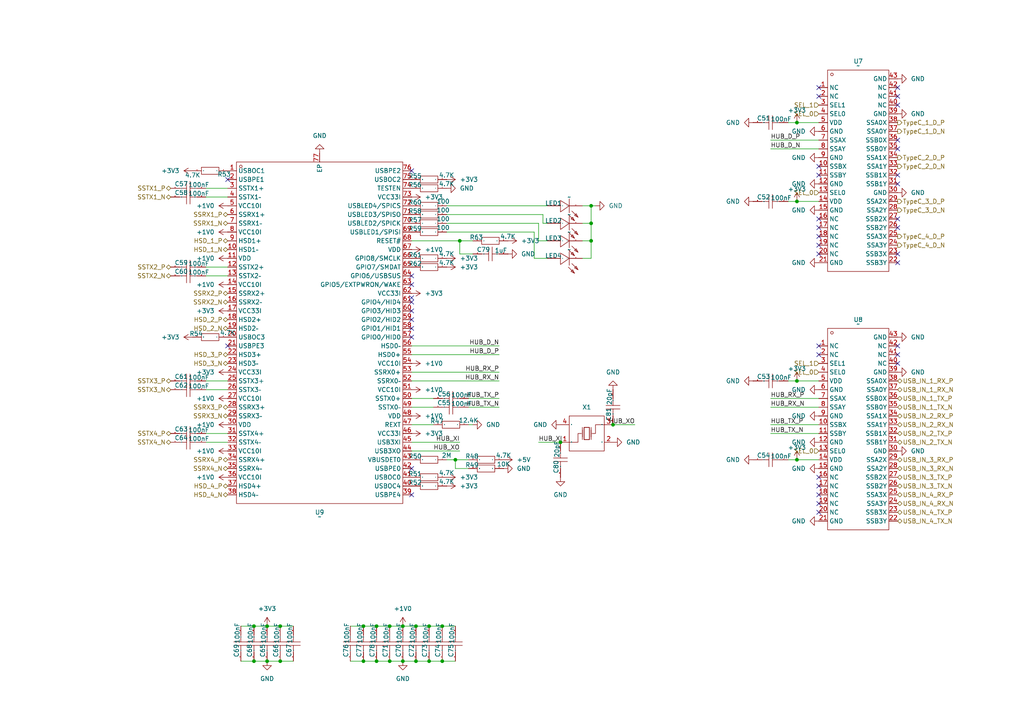
<source format=kicad_sch>
(kicad_sch (version 20231120) (generator "eeschema") (generator_version "8.0")
  (paper "A4")
  (lib_symbols
    (symbol "persional_library:C0603"
      (property "Reference" "C" (at 0 0 0))
      (symbol "C0603_1_0"
        (pin unspecified line (at -5.08 0 0) (length 2.54) (name "1") (number "1"))
        (pin unspecified line (at 5.08 0 180) (length 2.54) (name "2") (number "2"))
      )
    )
    (symbol "persional_library:IC_CH484M"
      (property "Reference" "U" (at 0 0 0))
      (symbol "IC_CH484M_1_0"
        (pin unspecified line (at -11.43 24.13 0) (length 2.54) (name "NC") (number "1"))
        (pin unspecified line (at -11.43 1.27 0) (length 2.54) (name "SSBX") (number "10"))
        (pin unspecified line (at -11.43 -1.27 0) (length 2.54) (name "SSBY") (number "11"))
        (pin unspecified line (at -11.43 -3.81 0) (length 2.54) (name "GND") (number "12"))
        (pin unspecified line (at -11.43 -6.35 0) (length 2.54) (name "SEL0") (number "13"))
        (pin unspecified line (at -11.43 -8.89 0) (length 2.54) (name "VDD") (number "14"))
        (pin unspecified line (at -11.43 -11.43 0) (length 2.54) (name "GND") (number "15"))
        (pin unspecified line (at -11.43 -13.97 0) (length 2.54) (name "NC") (number "16"))
        (pin unspecified line (at -11.43 -16.51 0) (length 2.54) (name "NC") (number "17"))
        (pin unspecified line (at -11.43 -19.05 0) (length 2.54) (name "NC") (number "18"))
        (pin unspecified line (at -11.43 -21.59 0) (length 2.54) (name "NC") (number "19"))
        (pin unspecified line (at -11.43 21.59 0) (length 2.54) (name "NC") (number "2"))
        (pin unspecified line (at -11.43 -24.13 0) (length 2.54) (name "NC") (number "20"))
        (pin unspecified line (at -11.43 -26.67 0) (length 2.54) (name "GND") (number "21"))
        (pin unspecified line (at 11.43 -26.67 180) (length 2.54) (name "SSB3Y") (number "22"))
        (pin unspecified line (at 11.43 -24.13 180) (length 2.54) (name "SSB3X") (number "23"))
        (pin unspecified line (at 11.43 -21.59 180) (length 2.54) (name "SSA3Y") (number "24"))
        (pin unspecified line (at 11.43 -19.05 180) (length 2.54) (name "SSA3X") (number "25"))
        (pin unspecified line (at 11.43 -16.51 180) (length 2.54) (name "SSB2Y") (number "26"))
        (pin unspecified line (at 11.43 -13.97 180) (length 2.54) (name "SSB2X") (number "27"))
        (pin unspecified line (at 11.43 -11.43 180) (length 2.54) (name "SSA2Y") (number "28"))
        (pin unspecified line (at 11.43 -8.89 180) (length 2.54) (name "SSA2X") (number "29"))
        (pin unspecified line (at -11.43 19.05 0) (length 2.54) (name "SEL1") (number "3"))
        (pin unspecified line (at 11.43 -6.35 180) (length 2.54) (name "GND") (number "30"))
        (pin unspecified line (at 11.43 -3.81 180) (length 2.54) (name "SSB1Y") (number "31"))
        (pin unspecified line (at 11.43 -1.27 180) (length 2.54) (name "SSB1X") (number "32"))
        (pin unspecified line (at 11.43 1.27 180) (length 2.54) (name "SSA1Y") (number "33"))
        (pin unspecified line (at 11.43 3.81 180) (length 2.54) (name "SSA1X") (number "34"))
        (pin unspecified line (at 11.43 6.35 180) (length 2.54) (name "SSB0Y") (number "35"))
        (pin unspecified line (at 11.43 8.89 180) (length 2.54) (name "SSB0X") (number "36"))
        (pin unspecified line (at 11.43 11.43 180) (length 2.54) (name "SSA0Y") (number "37"))
        (pin unspecified line (at 11.43 13.97 180) (length 2.54) (name "SSA0X") (number "38"))
        (pin unspecified line (at 11.43 16.51 180) (length 2.54) (name "GND") (number "39"))
        (pin unspecified line (at -11.43 16.51 0) (length 2.54) (name "SEL0") (number "4"))
        (pin unspecified line (at 11.43 19.05 180) (length 2.54) (name "NC") (number "40"))
        (pin unspecified line (at 11.43 21.59 180) (length 2.54) (name "NC") (number "41"))
        (pin unspecified line (at 11.43 24.13 180) (length 2.54) (name "NC") (number "42"))
        (pin unspecified line (at 11.43 26.67 180) (length 2.54) (name "GND") (number "43"))
        (pin unspecified line (at -11.43 13.97 0) (length 2.54) (name "VDD") (number "5"))
        (pin unspecified line (at -11.43 11.43 0) (length 2.54) (name "GND") (number "6"))
        (pin unspecified line (at -11.43 8.89 0) (length 2.54) (name "SSAX") (number "7"))
        (pin unspecified line (at -11.43 6.35 0) (length 2.54) (name "SSAY") (number "8"))
        (pin unspecified line (at -11.43 3.81 0) (length 2.54) (name "GND") (number "9"))
      )
    )
    (symbol "persional_library:IC_VL822"
      (property "Reference" "U" (at 0 0 0))
      (symbol "IC_VL822_1_0"
        (pin unspecified line (at -26.67 46.99 0) (length 2.54) (name "USBOC1") (number "1"))
        (pin unspecified line (at -26.67 24.13 0) (length 2.54) (name "HSD1–") (number "10"))
        (pin unspecified line (at -26.67 21.59 0) (length 2.54) (name "VDD") (number "11"))
        (pin unspecified line (at -26.67 19.05 0) (length 2.54) (name "SSTX2+") (number "12"))
        (pin unspecified line (at -26.67 16.51 0) (length 2.54) (name "SSTX2–") (number "13"))
        (pin unspecified line (at -26.67 13.97 0) (length 2.54) (name "VCC10I") (number "14"))
        (pin unspecified line (at -26.67 11.43 0) (length 2.54) (name "SSRX2+") (number "15"))
        (pin unspecified line (at -26.67 8.89 0) (length 2.54) (name "SSRX2–") (number "16"))
        (pin unspecified line (at -26.67 6.35 0) (length 2.54) (name "VCC33I") (number "17"))
        (pin unspecified line (at -26.67 3.81 0) (length 2.54) (name "HSD2+") (number "18"))
        (pin unspecified line (at -26.67 1.27 0) (length 2.54) (name "HSD2–") (number "19"))
        (pin unspecified line (at -26.67 44.45 0) (length 2.54) (name "USBPE1") (number "2"))
        (pin unspecified line (at -26.67 -1.27 0) (length 2.54) (name "USBOC3") (number "20"))
        (pin unspecified line (at -26.67 -3.81 0) (length 2.54) (name "USBPE3") (number "21"))
        (pin unspecified line (at -26.67 -6.35 0) (length 2.54) (name "HSD3+") (number "22"))
        (pin unspecified line (at -26.67 -8.89 0) (length 2.54) (name "HSD3–") (number "23"))
        (pin unspecified line (at -26.67 -11.43 0) (length 2.54) (name "VCC33I") (number "24"))
        (pin unspecified line (at -26.67 -13.97 0) (length 2.54) (name "SSTX3+") (number "25"))
        (pin unspecified line (at -26.67 -16.51 0) (length 2.54) (name "SSTX3–") (number "26"))
        (pin unspecified line (at -26.67 -19.05 0) (length 2.54) (name "VCC10I") (number "27"))
        (pin unspecified line (at -26.67 -21.59 0) (length 2.54) (name "SSRX3+") (number "28"))
        (pin unspecified line (at -26.67 -24.13 0) (length 2.54) (name "SSRX3–") (number "29"))
        (pin unspecified line (at -26.67 41.91 0) (length 2.54) (name "SSTX1+") (number "3"))
        (pin unspecified line (at -26.67 -26.67 0) (length 2.54) (name "VDD") (number "30"))
        (pin unspecified line (at -26.67 -29.21 0) (length 2.54) (name "SSTX4+") (number "31"))
        (pin unspecified line (at -26.67 -31.75 0) (length 2.54) (name "SSTX4–") (number "32"))
        (pin unspecified line (at -26.67 -34.29 0) (length 2.54) (name "VCC10I") (number "33"))
        (pin unspecified line (at -26.67 -36.83 0) (length 2.54) (name "SSRX4+") (number "34"))
        (pin unspecified line (at -26.67 -39.37 0) (length 2.54) (name "SSRX4–") (number "35"))
        (pin unspecified line (at -26.67 -41.91 0) (length 2.54) (name "VCC10I") (number "36"))
        (pin unspecified line (at -26.67 -44.45 0) (length 2.54) (name "HSD4+") (number "37"))
        (pin unspecified line (at -26.67 -46.99 0) (length 2.54) (name "HSD4–") (number "38"))
        (pin unspecified line (at 26.67 -46.99 180) (length 2.54) (name "USBPE4") (number "39"))
        (pin unspecified line (at -26.67 39.37 0) (length 2.54) (name "SSTX1–") (number "4"))
        (pin unspecified line (at 26.67 -44.45 180) (length 2.54) (name "USBOC4") (number "40"))
        (pin unspecified line (at 26.67 -41.91 180) (length 2.54) (name "USBOC0") (number "41"))
        (pin unspecified line (at 26.67 -39.37 180) (length 2.54) (name "USBPE0") (number "42"))
        (pin unspecified line (at 26.67 -36.83 180) (length 2.54) (name "VBUSDET0") (number "43"))
        (pin unspecified line (at 26.67 -34.29 180) (length 2.54) (name "USB3XO") (number "44"))
        (pin unspecified line (at 26.67 -31.75 180) (length 2.54) (name "USB3XI") (number "45"))
        (pin unspecified line (at 26.67 -29.21 180) (length 2.54) (name "VCC33I") (number "46"))
        (pin unspecified line (at 26.67 -26.67 180) (length 2.54) (name "REXT") (number "47"))
        (pin unspecified line (at 26.67 -24.13 180) (length 2.54) (name "VDD") (number "48"))
        (pin unspecified line (at 26.67 -21.59 180) (length 2.54) (name "SSTX0–") (number "49"))
        (pin unspecified line (at -26.67 36.83 0) (length 2.54) (name "VCC10I") (number "5"))
        (pin unspecified line (at 26.67 -19.05 180) (length 2.54) (name "SSTX0+") (number "50"))
        (pin unspecified line (at 26.67 -16.51 180) (length 2.54) (name "VCC10I") (number "51"))
        (pin unspecified line (at 26.67 -13.97 180) (length 2.54) (name "SSRX0–") (number "52"))
        (pin unspecified line (at 26.67 -11.43 180) (length 2.54) (name "SSRX0+") (number "53"))
        (pin unspecified line (at 26.67 -8.89 180) (length 2.54) (name "VCC10I") (number "54"))
        (pin unspecified line (at 26.67 -6.35 180) (length 2.54) (name "HSD0+") (number "55"))
        (pin unspecified line (at 26.67 -3.81 180) (length 2.54) (name "HSD0–") (number "56"))
        (pin unspecified line (at 26.67 -1.27 180) (length 2.54) (name "GPIO0/HID0") (number "57"))
        (pin unspecified line (at 26.67 1.27 180) (length 2.54) (name "GPIO1/HID1") (number "58"))
        (pin unspecified line (at 26.67 3.81 180) (length 2.54) (name "GPIO2/HID2") (number "59"))
        (pin unspecified line (at -26.67 34.29 0) (length 2.54) (name "SSRX1+") (number "6"))
        (pin unspecified line (at 26.67 6.35 180) (length 2.54) (name "GPIO3/HID3") (number "60"))
        (pin unspecified line (at 26.67 8.89 180) (length 2.54) (name "GPIO4/HID4") (number "61"))
        (pin unspecified line (at 26.67 11.43 180) (length 2.54) (name "VCC33I") (number "62"))
        (pin unspecified line (at 26.67 13.97 180) (length 2.54) (name "GPIO5/EXTPWRON/WAKE") (number "63"))
        (pin unspecified line (at 26.67 16.51 180) (length 2.54) (name "GPIO6/USBSUS") (number "64"))
        (pin unspecified line (at 26.67 19.05 180) (length 2.54) (name "GPIO7/SMDAT") (number "65"))
        (pin unspecified line (at 26.67 21.59 180) (length 2.54) (name "GPIO8/SMCLK") (number "66"))
        (pin unspecified line (at 26.67 24.13 180) (length 2.54) (name "VDD") (number "67"))
        (pin unspecified line (at 26.67 26.67 180) (length 2.54) (name "RESET#") (number "68"))
        (pin unspecified line (at 26.67 29.21 180) (length 2.54) (name "USBLED1/SPISI") (number "69"))
        (pin unspecified line (at -26.67 31.75 0) (length 2.54) (name "SSRX1–") (number "7"))
        (pin unspecified line (at 26.67 31.75 180) (length 2.54) (name "USBLED2/SPICK") (number "70"))
        (pin unspecified line (at 26.67 34.29 180) (length 2.54) (name "USBLED3/SPISO") (number "71"))
        (pin unspecified line (at 26.67 36.83 180) (length 2.54) (name "USBLED4/SPICS") (number "72"))
        (pin unspecified line (at 26.67 39.37 180) (length 2.54) (name "VCC33I") (number "73"))
        (pin unspecified line (at 26.67 41.91 180) (length 2.54) (name "TESTEN") (number "74"))
        (pin unspecified line (at 26.67 44.45 180) (length 2.54) (name "USBOC2") (number "75"))
        (pin unspecified line (at 26.67 46.99 180) (length 2.54) (name "USBPE2") (number "76"))
        (pin unspecified line (at 0 52.07 270) (length 2.54) (name "EP") (number "77"))
        (pin unspecified line (at -26.67 29.21 0) (length 2.54) (name "VCC10I") (number "8"))
        (pin unspecified line (at -26.67 26.67 0) (length 2.54) (name "HSD1+") (number "9"))
      )
    )
    (symbol "persional_library:LED0603"
      (property "Reference" "LED" (at 0 0 0))
      (symbol "LED0603_1_0"
        (pin unspecified line (at -5.08 0 0) (length 3.81) (name "-") (number "1"))
        (pin unspecified line (at 5.08 0 180) (length 3.81) (name "+") (number "2"))
      )
    )
    (symbol "persional_library:R0603"
      (property "Reference" "R" (at 0 0 0))
      (symbol "R0603_1_0"
        (pin input line (at -5.08 0 0) (length 2.54) (name "1") (number "1"))
        (pin input line (at 5.08 0 180) (length 2.54) (name "2") (number "2"))
      )
    )
    (symbol "persional_library:XTAL_25M_20PF_3225"
      (property "Reference" "X" (at 0 0 0))
      (symbol "XTAL_25M_20PF_3225_1_0"
        (pin unspecified line (at -7.62 -2.54 0) (length 2.54) (name "OSC1") (number "1"))
        (pin unspecified line (at 7.62 -2.54 180) (length 2.54) (name "GND") (number "2"))
        (pin unspecified line (at 7.62 2.54 180) (length 2.54) (name "OSC2") (number "3"))
        (pin unspecified line (at -7.62 2.54 0) (length 2.54) (name "GND") (number "4"))
      )
    )
    (symbol "power:+1V0" (power) (pin_numbers hide) (pin_names (offset 0) hide)
      (property "Value" "+1V0" (at 0 3.556 0))
      (symbol "+1V0_1_1"
        (pin power_in line (at 0 0 90) (length 0) (name "~") (number "1"))
      )
    )
    (symbol "power:+3V3" (power) (pin_numbers hide) (pin_names (offset 0) hide)
      (property "Value" "+3V3" (at 0 3.556 0))
      (symbol "+3V3_1_1"
        (pin power_in line (at 0 0 90) (length 0) (name "~") (number "1"))
      )
    )
    (symbol "power:+5V" (power) (pin_numbers hide) (pin_names (offset 0) hide)
      (property "Value" "+5V" (at 0 3.556 0))
      (symbol "+5V_1_1"
        (pin power_in line (at 0 0 90) (length 0) (name "~") (number "1"))
      )
    )
    (symbol "power:GND" (power) (pin_numbers hide) (pin_names (offset 0) hide)
      (property "Value" "GND" (at 0 -3.81 0))
      (symbol "GND_1_1"
        (pin power_in line (at 0 0 270) (length 0) (name "~") (number "1"))
      )
    )
  )
  (junction (at 177.8 123.19))
  (junction (at 81.28 181.61))
  (junction (at 113.03 181.61))
  (junction (at 120.65 191.77))
  (junction (at 113.03 191.77))
  (junction (at 116.84 191.77))
  (junction (at 231.14 35.56))
  (junction (at 128.27 181.61))
  (junction (at 231.14 133.35))
  (junction (at 77.47 181.61))
  (junction (at 105.41 191.77))
  (junction (at 231.14 58.42))
  (junction (at 77.47 191.77))
  (junction (at 116.84 181.61))
  (junction (at 109.22 191.77))
  (junction (at 109.22 181.61))
  (junction (at 73.66 191.77))
  (junction (at 120.65 181.61))
  (junction (at 231.14 110.49))
  (junction (at 124.46 191.77))
  (junction (at 128.27 191.77))
  (junction (at 124.46 181.61))
  (junction (at 171.45 64.77))
  (junction (at 73.66 181.61))
  (junction (at 133.35 69.85))
  (junction (at 162.56 128.27))
  (junction (at 105.41 181.61))
  (junction (at 171.45 69.85))
  (junction (at 81.28 191.77))
  (junction (at 132.08 133.35))
  (junction (at 171.45 59.69))
  (no_connect (at 66.04 100.33))
  (no_connect (at 237.49 71.12))
  (no_connect (at 119.38 135.89))
  (no_connect (at 66.04 52.07))
  (no_connect (at 260.35 25.4))
  (no_connect (at 237.49 66.04))
  (no_connect (at 260.35 102.87))
  (no_connect (at 119.38 49.53))
  (no_connect (at 237.49 148.59))
  (no_connect (at 260.35 27.94))
  (no_connect (at 237.49 73.66))
  (no_connect (at 237.49 27.94))
  (no_connect (at 260.35 66.04))
  (no_connect (at 260.35 73.66))
  (no_connect (at 260.35 63.5))
  (no_connect (at 260.35 100.33))
  (no_connect (at 237.49 63.5))
  (no_connect (at 237.49 102.87))
  (no_connect (at 237.49 100.33))
  (no_connect (at 237.49 25.4))
  (no_connect (at 237.49 146.05))
  (no_connect (at 119.38 92.71))
  (no_connect (at 237.49 50.8))
  (no_connect (at 119.38 143.51))
  (no_connect (at 119.38 80.01))
  (no_connect (at 260.35 105.41))
  (no_connect (at 237.49 140.97))
  (no_connect (at 260.35 76.2))
  (no_connect (at 237.49 48.26))
  (no_connect (at 237.49 138.43))
  (no_connect (at 260.35 50.8))
  (no_connect (at 260.35 43.18))
  (no_connect (at 119.38 87.63))
  (no_connect (at 119.38 90.17))
  (no_connect (at 119.38 86.36))
  (no_connect (at 237.49 68.58))
  (no_connect (at 119.38 97.79))
  (no_connect (at 237.49 143.51))
  (no_connect (at 260.35 30.48))
  (no_connect (at 260.35 40.64))
  (no_connect (at 119.38 82.55))
  (no_connect (at 119.38 95.25))
  (no_connect (at 260.35 53.34))
  (wire (pts (xy 172.72 59.69) (xy 171.45 59.69)))
  (wire (pts (xy 125.73 115.57) (xy 119.38 115.57)))
  (wire (pts (xy 129.54 133.35) (xy 132.08 133.35)))
  (wire (pts (xy 171.45 69.85) (xy 171.45 64.77)))
  (wire (pts (xy 157.48 62.23) (xy 157.48 64.77)))
  (wire (pts (xy 144.78 102.87) (xy 119.38 102.87)))
  (wire (pts (xy 171.45 59.69) (xy 168.91 59.69)))
  (wire (pts (xy 231.14 110.49) (xy 228.6 110.49)))
  (wire (pts (xy 133.35 69.85) (xy 137.16 69.85)))
  (wire (pts (xy 109.22 191.77) (xy 113.03 191.77)))
  (wire (pts (xy 156.21 69.85) (xy 158.75 69.85)))
  (wire (pts (xy 129.54 64.77) (xy 156.21 64.77)))
  (wire (pts (xy 231.14 58.42) (xy 228.6 58.42)))
  (wire (pts (xy 69.85 181.61) (xy 73.66 181.61)))
  (wire (pts (xy 132.08 135.89) (xy 132.08 133.35)))
  (wire (pts (xy 231.14 35.56) (xy 228.6 35.56)))
  (wire (pts (xy 129.54 62.23) (xy 157.48 62.23)))
  (wire (pts (xy 77.47 181.61) (xy 81.28 181.61)))
  (wire (pts (xy 128.27 181.61) (xy 132.08 181.61)))
  (wire (pts (xy 133.35 128.27) (xy 119.38 128.27)))
  (wire (pts (xy 116.84 181.61) (xy 120.65 181.61)))
  (wire (pts (xy 109.22 181.61) (xy 113.03 181.61)))
  (wire (pts (xy 77.47 191.77) (xy 81.28 191.77)))
  (wire (pts (xy 129.54 67.31) (xy 154.94 67.31)))
  (wire (pts (xy 119.38 69.85) (xy 133.35 69.85)))
  (wire (pts (xy 231.14 133.35) (xy 228.6 133.35)))
  (wire (pts (xy 154.94 74.93) (xy 158.75 74.93)))
  (wire (pts (xy 124.46 181.61) (xy 128.27 181.61)))
  (wire (pts (xy 59.69 54.61) (xy 66.04 54.61)))
  (wire (pts (xy 101.6 181.61) (xy 105.41 181.61)))
  (wire (pts (xy 137.16 123.19) (xy 135.89 123.19)))
  (wire (pts (xy 128.27 191.77) (xy 132.08 191.77)))
  (wire (pts (xy 223.52 40.64) (xy 237.49 40.64)))
  (wire (pts (xy 73.66 191.77) (xy 77.47 191.77)))
  (wire (pts (xy 81.28 181.61) (xy 85.09 181.61)))
  (wire (pts (xy 135.89 135.89) (xy 132.08 135.89)))
  (wire (pts (xy 59.69 80.01) (xy 66.04 80.01)))
  (wire (pts (xy 157.48 64.77) (xy 158.75 64.77)))
  (wire (pts (xy 144.78 100.33) (xy 119.38 100.33)))
  (wire (pts (xy 144.78 115.57) (xy 135.89 115.57)))
  (wire (pts (xy 144.78 118.11) (xy 135.89 118.11)))
  (wire (pts (xy 168.91 64.77) (xy 171.45 64.77)))
  (wire (pts (xy 59.69 77.47) (xy 66.04 77.47)))
  (wire (pts (xy 119.38 123.19) (xy 125.73 123.19)))
  (wire (pts (xy 81.28 191.77) (xy 85.09 191.77)))
  (wire (pts (xy 231.14 110.49) (xy 237.49 110.49)))
  (wire (pts (xy 73.66 181.61) (xy 77.47 181.61)))
  (wire (pts (xy 144.78 110.49) (xy 119.38 110.49)))
  (wire (pts (xy 113.03 181.61) (xy 116.84 181.61)))
  (wire (pts (xy 168.91 74.93) (xy 171.45 74.93)))
  (wire (pts (xy 59.69 125.73) (xy 66.04 125.73)))
  (wire (pts (xy 156.21 64.77) (xy 156.21 69.85)))
  (wire (pts (xy 59.69 110.49) (xy 66.04 110.49)))
  (wire (pts (xy 120.65 181.61) (xy 124.46 181.61)))
  (wire (pts (xy 223.52 125.73) (xy 237.49 125.73)))
  (wire (pts (xy 156.21 128.27) (xy 162.56 128.27)))
  (wire (pts (xy 105.41 191.77) (xy 109.22 191.77)))
  (wire (pts (xy 223.52 115.57) (xy 237.49 115.57)))
  (wire (pts (xy 171.45 74.93) (xy 171.45 69.85)))
  (wire (pts (xy 120.65 191.77) (xy 124.46 191.77)))
  (wire (pts (xy 223.52 43.18) (xy 237.49 43.18)))
  (wire (pts (xy 59.69 57.15) (xy 66.04 57.15)))
  (wire (pts (xy 184.15 123.19) (xy 177.8 123.19)))
  (wire (pts (xy 144.78 107.95) (xy 119.38 107.95)))
  (wire (pts (xy 154.94 67.31) (xy 154.94 74.93)))
  (wire (pts (xy 59.69 113.03) (xy 66.04 113.03)))
  (wire (pts (xy 113.03 191.77) (xy 116.84 191.77)))
  (wire (pts (xy 231.14 35.56) (xy 237.49 35.56)))
  (wire (pts (xy 231.14 133.35) (xy 237.49 133.35)))
  (wire (pts (xy 231.14 58.42) (xy 237.49 58.42)))
  (wire (pts (xy 171.45 64.77) (xy 171.45 59.69)))
  (wire (pts (xy 101.6 191.77) (xy 105.41 191.77)))
  (wire (pts (xy 124.46 191.77) (xy 128.27 191.77)))
  (wire (pts (xy 59.69 128.27) (xy 66.04 128.27)))
  (wire (pts (xy 168.91 69.85) (xy 171.45 69.85)))
  (wire (pts (xy 133.35 69.85) (xy 133.35 73.66)))
  (wire (pts (xy 125.73 118.11) (xy 119.38 118.11)))
  (wire (pts (xy 132.08 133.35) (xy 135.89 133.35)))
  (wire (pts (xy 69.85 191.77) (xy 73.66 191.77)))
  (wire (pts (xy 223.52 123.19) (xy 237.49 123.19)))
  (wire (pts (xy 116.84 191.77) (xy 120.65 191.77)))
  (wire (pts (xy 133.35 73.66) (xy 137.16 73.66)))
  (wire (pts (xy 133.35 130.81) (xy 119.38 130.81)))
  (wire (pts (xy 129.54 59.69) (xy 158.75 59.69)))
  (wire (pts (xy 223.52 118.11) (xy 237.49 118.11)))
  (wire (pts (xy 105.41 181.61) (xy 109.22 181.61)))
  (label "HUB_XO" (at 133.35 130.81 180))
  (label "HUB_TX_N" (at 223.52 125.73 0))
  (label "HUB_RX_N" (at 144.78 110.49 180))
  (label "HUB_RX_P" (at 223.52 115.57 0))
  (label "HUB_TX_P" (at 223.52 123.19 0))
  (label "HUB_D_N" (at 144.78 100.33 180))
  (label "HUB_XI" (at 156.21 128.27 0))
  (label "HUB_XO" (at 184.15 123.19 180))
  (label "HUB_RX_P" (at 144.78 107.95 180))
  (label "HUB_D_P" (at 144.78 102.87 180))
  (label "HUB_TX_N" (at 144.78 118.11 180))
  (label "HUB_TX_P" (at 144.78 115.57 180))
  (label "HUB_D_P" (at 223.52 40.64 0))
  (label "HUB_RX_N" (at 223.52 118.11 0))
  (label "HUB_D_N" (at 223.52 43.18 0))
  (label "HUB_XI" (at 133.35 128.27 180))
  (hierarchical_label "HSD_4_N" (shape bidirectional) (at 66.04 143.51 180))
  (hierarchical_label "SSTX3_P" (shape bidirectional) (at 49.53 110.49 180))
  (hierarchical_label "SSTX3_N" (shape bidirectional) (at 49.53 113.03 180))
  (hierarchical_label "USB_IN_4_TX_P" (shape bidirectional) (at 260.35 148.59 0))
  (hierarchical_label "TypeC_4_D_P" (shape output) (at 260.35 68.58 0))
  (hierarchical_label "SSRX4_N" (shape bidirectional) (at 66.04 135.89 180))
  (hierarchical_label "USB_IN_2_RX_N" (shape bidirectional) (at 260.35 123.19 0))
  (hierarchical_label "USB_IN_2_TX_P" (shape bidirectional) (at 260.35 125.73 0))
  (hierarchical_label "SSTX1_P" (shape bidirectional) (at 49.53 54.61 180))
  (hierarchical_label "SSRX2_P" (shape bidirectional) (at 66.04 85.09 180))
  (hierarchical_label "SSTX4_N" (shape bidirectional) (at 49.53 128.27 180))
  (hierarchical_label "SSRX4_P" (shape bidirectional) (at 66.04 133.35 180))
  (hierarchical_label "HSD_2_N" (shape bidirectional) (at 66.04 95.25 180))
  (hierarchical_label "SEL_0" (shape input) (at 237.49 33.02 180))
  (hierarchical_label "SSRX2_N" (shape bidirectional) (at 66.04 87.63 180))
  (hierarchical_label "USB_IN_2_RX_P" (shape bidirectional) (at 260.35 120.65 0))
  (hierarchical_label "TypeC_3_D_P" (shape output) (at 260.35 58.42 0))
  (hierarchical_label "USB_IN_4_TX_N" (shape bidirectional) (at 260.35 151.13 0))
  (hierarchical_label "HSD_4_P" (shape bidirectional) (at 66.04 140.97 180))
  (hierarchical_label "SSRX3_N" (shape bidirectional) (at 66.04 120.65 180))
  (hierarchical_label "USB_IN_1_TX_N" (shape bidirectional) (at 260.35 118.11 0))
  (hierarchical_label "SSRX1_P" (shape bidirectional) (at 66.04 62.23 180))
  (hierarchical_label "USB_IN_1_RX_N" (shape bidirectional) (at 260.35 113.03 0))
  (hierarchical_label "SEL_1" (shape input) (at 237.49 105.41 180))
  (hierarchical_label "SEL_0" (shape input) (at 237.49 55.88 180))
  (hierarchical_label "USB_IN_1_RX_P" (shape bidirectional) (at 260.35 110.49 0))
  (hierarchical_label "HSD_3_P" (shape bidirectional) (at 66.04 102.87 180))
  (hierarchical_label "USB_IN_3_RX_P" (shape bidirectional) (at 260.35 133.35 0))
  (hierarchical_label "USB_IN_2_TX_N" (shape bidirectional) (at 260.35 128.27 0))
  (hierarchical_label "TypeC_1_D_N" (shape output) (at 260.35 38.1 0))
  (hierarchical_label "USB_IN_4_RX_N" (shape bidirectional) (at 260.35 146.05 0))
  (hierarchical_label "TypeC_3_D_N" (shape output) (at 260.35 60.96 0))
  (hierarchical_label "SSTX4_P" (shape bidirectional) (at 49.53 125.73 180))
  (hierarchical_label "USB_IN_3_RX_N" (shape bidirectional) (at 260.35 135.89 0))
  (hierarchical_label "HSD_1_N" (shape bidirectional) (at 66.04 72.39 180))
  (hierarchical_label "SSTX2_P" (shape bidirectional) (at 49.53 77.47 180))
  (hierarchical_label "TypeC_2_D_P" (shape output) (at 260.35 45.72 0))
  (hierarchical_label "USB_IN_3_TX_P" (shape bidirectional) (at 260.35 138.43 0))
  (hierarchical_label "HSD_2_P" (shape bidirectional) (at 66.04 92.71 180))
  (hierarchical_label "USB_IN_4_RX_P" (shape bidirectional) (at 260.35 143.51 0))
  (hierarchical_label "SSTX1_N" (shape bidirectional) (at 49.53 57.15 180))
  (hierarchical_label "TypeC_1_D_P" (shape output) (at 260.35 35.56 0))
  (hierarchical_label "SEL_0" (shape input) (at 237.49 130.81 180))
  (hierarchical_label "SSRX3_P" (shape bidirectional) (at 66.04 118.11 180))
  (hierarchical_label "USB_IN_3_TX_N" (shape bidirectional) (at 260.35 140.97 0))
  (hierarchical_label "TypeC_2_D_N" (shape output) (at 260.35 48.26 0))
  (hierarchical_label "SSTX2_N" (shape bidirectional) (at 49.53 80.01 180))
  (hierarchical_label "HSD_1_P" (shape bidirectional) (at 66.04 69.85 180))
  (hierarchical_label "SSRX1_N" (shape bidirectional) (at 66.04 64.77 180))
  (hierarchical_label "TypeC_4_D_N" (shape output) (at 260.35 71.12 0))
  (hierarchical_label "HSD_3_N" (shape bidirectional) (at 66.04 105.41 180))
  (hierarchical_label "SEL_1" (shape input) (at 237.49 30.48 180))
  (hierarchical_label "SEL_0" (shape input) (at 237.49 107.95 180))
  (hierarchical_label "USB_IN_1_TX_P" (shape bidirectional) (at 260.35 115.57 0))
  (symbol (lib_id "persional_library:C0603") (at 132.08 186.69 270) (unit 1)
    (property "Reference" "C75" (at 130.81 188.722 0))
    (property "Value" "100nF" (at 131.064 183.642 0))
    (property "Footprint" "persional_library:C0603" (effects (hide yes)))
    (property "Datasheet" "https://item.szlcsc.com/datasheet/CL10A105KB8NNNC/16531.html" (effects (hide yes)))
    (property "Description" "容值:1uF;精度:±10%;额定电压:50V;温度系数:X5R;" (effects (hide yes)))
    (property "Manufacturer Part" "CL10A105KB8NNNC" (effects (hide yes)))
    (property "Manufacturer" "SAMSUNG(三星)" (effects (hide yes)))
    (property "Supplier Part" "C15849" (effects (hide yes)))
    (property "Supplier" "LCSC" (effects (hide yes)))
    (property "LCSC Part Name" "1uF ±10% 50V" (effects (hide yes)))
  )
  (symbol (lib_id "power:GND") (at 172.72 59.69 90) (unit 1)
    (property "Reference" "#PWR0126" (effects (hide yes)))
    (property "Value" "GND" (at 176.53 59.69 90) (effects (justify right)))
    (property "Description" "Power symbol creates a global label with name \"GND\" , ground" (effects (hide yes)))
  )
  (symbol (lib_id "power:GND") (at 237.49 76.2 270) (unit 1)
    (property "Reference" "#PWR080" (effects (hide yes)))
    (property "Value" "GND" (at 233.68 76.2 90) (effects (justify right)))
    (property "Description" "Power symbol creates a global label with name \"GND\" , ground" (effects (hide yes)))
  )
  (symbol (lib_id "persional_library:XTAL_25M_20PF_3225") (at 170.18 125.73 0) (unit 1)
    (property "Reference" "X1" (at 170.18 118.11 0))
    (property "Value" "25MHz" (effects (hide yes)))
    (property "Footprint" "persional_library:CRYSTAL-SMD_4P-L3.2-W2.5-BL" (effects (hide yes)))
    (property "Datasheet" "https://item.szlcsc.com/datasheet/TAXM11.0592M4RLBCCT2T/175434.html" (effects (hide yes)))
    (property "Description" "晶振类型:贴片晶振;频率:11.0592MHz;常温频差:±10ppm;负载电容:20pF;频率稳定度:±50ppm;" (effects (hide yes)))
    (property "Manufacturer Part" "TAXM11.0592M4RLBCCT2T" (effects (hide yes)))
    (property "Manufacturer" "YJX(雅晶鑫)" (effects (hide yes)))
    (property "Supplier Part" "C164052" (effects (hide yes)))
    (property "Supplier" "LCSC" (effects (hide yes)))
    (property "LCSC Part Name" "11.0592MHz ±10ppm 20pF" (effects (hide yes)))
  )
  (symbol (lib_id "power:+3V3") (at 119.38 57.15 270) (unit 1)
    (property "Reference" "#PWR0108" (effects (hide yes)))
    (property "Value" "+3V3" (at 123.19 57.15 90) (effects (justify left)))
    (property "Description" "Power symbol creates a global label with name \"+3V3\"" (effects (hide yes)))
  )
  (symbol (lib_id "power:+1V0") (at 66.04 115.57 90) (unit 1)
    (property "Reference" "#PWR099" (effects (hide yes)))
    (property "Value" "+1V0" (at 62.23 115.57 90) (effects (justify left)))
    (property "Description" "Power symbol creates a global label with name \"+1V0\"" (effects (hide yes)))
  )
  (symbol (lib_id "persional_library:R0603") (at 124.46 138.43 180) (unit 1)
    (property "Reference" "R51" (at 120.396 137.414 0))
    (property "Value" "4.7K" (at 129.54 137.16 0))
    (property "Footprint" "persional_library:R0603" (effects (hide yes)))
    (property "Datasheet" "https://item.szlcsc.com/datasheet/0603WAF1002T5E/26547.html" (effects (hide yes)))
    (property "Description" "电阻类型:厚膜电阻;阻值:10kΩ;精度:±1%;功率:100mW;工作电压:75V;温度系数:±100ppm/°C;" (effects (hide yes)))
    (property "Manufacturer Part" "0603WAF1002T5E" (effects (hide yes)))
    (property "Manufacturer" "UNI-ROYAL(厚声)" (effects (hide yes)))
    (property "Supplier Part" "C25804" (effects (hide yes)))
    (property "Supplier" "LCSC" (effects (hide yes)))
    (property "LCSC Part Name" "厚膜电阻 10kΩ ±1% 100mW" (effects (hide yes)))
  )
  (symbol (lib_id "persional_library:R0603") (at 124.46 62.23 180) (unit 1)
    (property "Reference" "R58" (at 120.396 61.214 0))
    (property "Value" "100" (at 128.524 60.96 0))
    (property "Footprint" "persional_library:R0603" (effects (hide yes)))
    (property "Datasheet" "https://item.szlcsc.com/datasheet/0603WAF1002T5E/26547.html" (effects (hide yes)))
    (property "Description" "电阻类型:厚膜电阻;阻值:10kΩ;精度:±1%;功率:100mW;工作电压:75V;温度系数:±100ppm/°C;" (effects (hide yes)))
    (property "Manufacturer Part" "0603WAF1002T5E" (effects (hide yes)))
    (property "Manufacturer" "UNI-ROYAL(厚声)" (effects (hide yes)))
    (property "Supplier Part" "C25804" (effects (hide yes)))
    (property "Supplier" "LCSC" (effects (hide yes)))
    (property "LCSC Part Name" "厚膜电阻 10kΩ ±1% 100mW" (effects (hide yes)))
  )
  (symbol (lib_id "power:GND") (at 177.8 113.03 180) (unit 1)
    (property "Reference" "#PWR0134" (effects (hide yes)))
    (property "Value" "GND" (at 177.8 107.95 0))
    (property "Description" "Power symbol creates a global label with name \"GND\" , ground" (effects (hide yes)))
  )
  (symbol (lib_id "power:+3V3") (at 129.54 140.97 270) (unit 1)
    (property "Reference" "#PWR0118" (effects (hide yes)))
    (property "Value" "+3V3" (at 133.35 140.97 90) (effects (justify left)))
    (property "Description" "Power symbol creates a global label with name \"+3V3\"" (effects (hide yes)))
  )
  (symbol (lib_id "power:GND") (at 129.54 54.61 90) (unit 1)
    (property "Reference" "#PWR0125" (effects (hide yes)))
    (property "Value" "GND" (at 133.35 54.61 90) (effects (justify right)))
    (property "Description" "Power symbol creates a global label with name \"GND\" , ground" (effects (hide yes)))
  )
  (symbol (lib_id "power:GND") (at 162.56 123.19 270) (unit 1)
    (property "Reference" "#PWR0132" (effects (hide yes)))
    (property "Value" "GND" (at 158.75 123.19 90) (effects (justify right)))
    (property "Description" "Power symbol creates a global label with name \"GND\" , ground" (effects (hide yes)))
  )
  (symbol (lib_id "persional_library:R0603") (at 60.96 49.53 0) (unit 1)
    (property "Reference" "R53" (at 65.024 50.546 0))
    (property "Value" "4.7K" (at 55.88 50.8 0))
    (property "Footprint" "persional_library:R0603" (effects (hide yes)))
    (property "Datasheet" "https://item.szlcsc.com/datasheet/0603WAF1002T5E/26547.html" (effects (hide yes)))
    (property "Description" "电阻类型:厚膜电阻;阻值:10kΩ;精度:±1%;功率:100mW;工作电压:75V;温度系数:±100ppm/°C;" (effects (hide yes)))
    (property "Manufacturer Part" "0603WAF1002T5E" (effects (hide yes)))
    (property "Manufacturer" "UNI-ROYAL(厚声)" (effects (hide yes)))
    (property "Supplier Part" "C25804" (effects (hide yes)))
    (property "Supplier" "LCSC" (effects (hide yes)))
    (property "LCSC Part Name" "厚膜电阻 10kΩ ±1% 100mW" (effects (hide yes)))
  )
  (symbol (lib_id "persional_library:R0603") (at 124.46 140.97 180) (unit 1)
    (property "Reference" "R52" (at 120.396 139.954 0))
    (property "Value" "4.7K" (at 129.54 139.7 0))
    (property "Footprint" "persional_library:R0603" (effects (hide yes)))
    (property "Datasheet" "https://item.szlcsc.com/datasheet/0603WAF1002T5E/26547.html" (effects (hide yes)))
    (property "Description" "电阻类型:厚膜电阻;阻值:10kΩ;精度:±1%;功率:100mW;工作电压:75V;温度系数:±100ppm/°C;" (effects (hide yes)))
    (property "Manufacturer Part" "0603WAF1002T5E" (effects (hide yes)))
    (property "Manufacturer" "UNI-ROYAL(厚声)" (effects (hide yes)))
    (property "Supplier Part" "C25804" (effects (hide yes)))
    (property "Supplier" "LCSC" (effects (hide yes)))
    (property "LCSC Part Name" "厚膜电阻 10kΩ ±1% 100mW" (effects (hide yes)))
  )
  (symbol (lib_id "power:+1V0") (at 66.04 74.93 90) (unit 1)
    (property "Reference" "#PWR0112" (effects (hide yes)))
    (property "Value" "+1V0" (at 62.23 74.93 90) (effects (justify left)))
    (property "Description" "Power symbol creates a global label with name \"+1V0\"" (effects (hide yes)))
  )
  (symbol (lib_id "persional_library:R0603") (at 124.46 54.61 180) (unit 1)
    (property "Reference" "R56" (at 120.396 53.594 0))
    (property "Value" "4.7K" (at 129.54 53.34 0))
    (property "Footprint" "persional_library:R0603" (effects (hide yes)))
    (property "Datasheet" "https://item.szlcsc.com/datasheet/0603WAF1002T5E/26547.html" (effects (hide yes)))
    (property "Description" "电阻类型:厚膜电阻;阻值:10kΩ;精度:±1%;功率:100mW;工作电压:75V;温度系数:±100ppm/°C;" (effects (hide yes)))
    (property "Manufacturer Part" "0603WAF1002T5E" (effects (hide yes)))
    (property "Manufacturer" "UNI-ROYAL(厚声)" (effects (hide yes)))
    (property "Supplier Part" "C25804" (effects (hide yes)))
    (property "Supplier" "LCSC" (effects (hide yes)))
    (property "LCSC Part Name" "厚膜电阻 10kΩ ±1% 100mW" (effects (hide yes)))
  )
  (symbol (lib_id "power:GND") (at 218.44 110.49 270) (unit 1)
    (property "Reference" "#PWR083" (effects (hide yes)))
    (property "Value" "GND" (at 214.63 110.49 90) (effects (justify right)))
    (property "Description" "Power symbol creates a global label with name \"GND\" , ground" (effects (hide yes)))
  )
  (symbol (lib_id "power:GND") (at 237.49 60.96 270) (unit 1)
    (property "Reference" "#PWR077" (effects (hide yes)))
    (property "Value" "GND" (at 233.68 60.96 90) (effects (justify right)))
    (property "Description" "Power symbol creates a global label with name \"GND\" , ground" (effects (hide yes)))
  )
  (symbol (lib_id "power:+3V3") (at 231.14 35.56 0) (unit 1)
    (property "Reference" "#PWR072" (effects (hide yes)))
    (property "Value" "+3V3" (at 231.14 32.004 0))
    (property "Description" "Power symbol creates a global label with name \"+3V3\"" (effects (hide yes)))
  )
  (symbol (lib_id "persional_library:R0603") (at 130.81 123.19 180) (unit 1)
    (property "Reference" "R47" (at 126.746 122.174 0))
    (property "Value" "12.4K" (at 135.89 121.92 0))
    (property "Footprint" "persional_library:R0603" (effects (hide yes)))
    (property "Datasheet" "https://item.szlcsc.com/datasheet/0603WAF1002T5E/26547.html" (effects (hide yes)))
    (property "Description" "电阻类型:厚膜电阻;阻值:10kΩ;精度:±1%;功率:100mW;工作电压:75V;温度系数:±100ppm/°C;" (effects (hide yes)))
    (property "Manufacturer Part" "0603WAF1002T5E" (effects (hide yes)))
    (property "Manufacturer" "UNI-ROYAL(厚声)" (effects (hide yes)))
    (property "Supplier Part" "C25804" (effects (hide yes)))
    (property "Supplier" "LCSC" (effects (hide yes)))
    (property "LCSC Part Name" "厚膜电阻 10kΩ ±1% 100mW" (effects (hide yes)))
  )
  (symbol (lib_id "persional_library:C0603") (at 69.85 186.69 270) (unit 1)
    (property "Reference" "C69" (at 68.58 188.722 0))
    (property "Value" "100nF" (at 68.834 183.642 0))
    (property "Footprint" "persional_library:C0603" (effects (hide yes)))
    (property "Datasheet" "https://item.szlcsc.com/datasheet/CL10A105KB8NNNC/16531.html" (effects (hide yes)))
    (property "Description" "容值:1uF;精度:±10%;额定电压:50V;温度系数:X5R;" (effects (hide yes)))
    (property "Manufacturer Part" "CL10A105KB8NNNC" (effects (hide yes)))
    (property "Manufacturer" "SAMSUNG(三星)" (effects (hide yes)))
    (property "Supplier Part" "C15849" (effects (hide yes)))
    (property "Supplier" "LCSC" (effects (hide yes)))
    (property "LCSC Part Name" "1uF ±10% 50V" (effects (hide yes)))
  )
  (symbol (lib_id "power:+3V3") (at 66.04 107.95 90) (unit 1)
    (property "Reference" "#PWR0105" (effects (hide yes)))
    (property "Value" "+3V3" (at 62.23 107.95 90) (effects (justify left)))
    (property "Description" "Power symbol creates a global label with name \"+3V3\"" (effects (hide yes)))
  )
  (symbol (lib_id "power:GND") (at 260.35 130.81 90) (unit 1)
    (property "Reference" "#PWR094" (effects (hide yes)))
    (property "Value" "GND" (at 264.16 130.81 90) (effects (justify right)))
    (property "Description" "Power symbol creates a global label with name \"GND\" , ground" (effects (hide yes)))
  )
  (symbol (lib_id "power:+3V3") (at 129.54 74.93 270) (unit 1)
    (property "Reference" "#PWR0127" (effects (hide yes)))
    (property "Value" "+3V3" (at 133.35 74.93 90) (effects (justify left)))
    (property "Description" "Power symbol creates a global label with name \"+3V3\"" (effects (hide yes)))
  )
  (symbol (lib_id "persional_library:LED0603") (at 163.83 69.85 180) (unit 1)
    (property "Reference" "LED3" (at 160.528 69.088 0))
    (property "Value" "~" (at 165.1 67.31 0))
    (property "Footprint" "persional_library:LED0603-RD" (effects (hide yes)))
    (property "Datasheet" "https://item.szlcsc.com/datasheet/LTST-C190KSKT/136371.html" (effects (hide yes)))
    (property "Description" "发光颜色:黄色;正向压降(Vf):2.1V;功率:75mW;正向电流:20mA;波长:584.5nm~597nm;二极管配置:-;透镜颜色:无色透明透镜;色温:-;发光强度:104mcd;发光角度:130°;载带方式:-;工作温度:-30°C~+85°C;" (effects (hide yes)))
    (property "Manufacturer Part" "LTST-C190KSKT" (effects (hide yes)))
    (property "Manufacturer" "LITEON(光宝)" (effects (hide yes)))
    (property "Supplier Part" "C125095" (effects (hide yes)))
    (property "Supplier" "LCSC" (effects (hide yes)))
    (property "LCSC Part Name" "黄灯" (effects (hide yes)))
  )
  (symbol (lib_id "power:GND") (at 92.71 44.45 180) (unit 1)
    (property "Reference" "#PWR0109" (effects (hide yes)))
    (property "Value" "GND" (at 92.71 39.37 0))
    (property "Description" "Power symbol creates a global label with name \"GND\" , ground" (effects (hide yes)))
  )
  (symbol (lib_id "persional_library:R0603") (at 60.96 97.79 180) (unit 1)
    (property "Reference" "R54" (at 56.896 96.774 0))
    (property "Value" "4.7K" (at 66.04 96.52 0))
    (property "Footprint" "persional_library:R0603" (effects (hide yes)))
    (property "Datasheet" "https://item.szlcsc.com/datasheet/0603WAF1002T5E/26547.html" (effects (hide yes)))
    (property "Description" "电阻类型:厚膜电阻;阻值:10kΩ;精度:±1%;功率:100mW;工作电压:75V;温度系数:±100ppm/°C;" (effects (hide yes)))
    (property "Manufacturer Part" "0603WAF1002T5E" (effects (hide yes)))
    (property "Manufacturer" "UNI-ROYAL(厚声)" (effects (hide yes)))
    (property "Supplier Part" "C25804" (effects (hide yes)))
    (property "Supplier" "LCSC" (effects (hide yes)))
    (property "LCSC Part Name" "厚膜电阻 10kΩ ±1% 100mW" (effects (hide yes)))
  )
  (symbol (lib_id "power:+1V0") (at 119.38 113.03 270) (unit 1)
    (property "Reference" "#PWR0102" (effects (hide yes)))
    (property "Value" "+1V0" (at 123.19 113.03 90) (effects (justify left)))
    (property "Description" "Power symbol creates a global label with name \"+1V0\"" (effects (hide yes)))
  )
  (symbol (lib_id "persional_library:LED0603") (at 163.83 74.93 180) (unit 1)
    (property "Reference" "LED4" (at 160.528 74.168 0))
    (property "Value" "~" (at 165.1 72.39 0))
    (property "Footprint" "persional_library:LED0603-RD" (effects (hide yes)))
    (property "Datasheet" "https://item.szlcsc.com/datasheet/LTST-C190KSKT/136371.html" (effects (hide yes)))
    (property "Description" "发光颜色:黄色;正向压降(Vf):2.1V;功率:75mW;正向电流:20mA;波长:584.5nm~597nm;二极管配置:-;透镜颜色:无色透明透镜;色温:-;发光强度:104mcd;发光角度:130°;载带方式:-;工作温度:-30°C~+85°C;" (effects (hide yes)))
    (property "Manufacturer Part" "LTST-C190KSKT" (effects (hide yes)))
    (property "Manufacturer" "LITEON(光宝)" (effects (hide yes)))
    (property "Supplier Part" "C125095" (effects (hide yes)))
    (property "Supplier" "LCSC" (effects (hide yes)))
    (property "LCSC Part Name" "黄灯" (effects (hide yes)))
  )
  (symbol (lib_id "power:+3V3") (at 129.54 77.47 270) (unit 1)
    (property "Reference" "#PWR0128" (effects (hide yes)))
    (property "Value" "+3V3" (at 133.35 77.47 90) (effects (justify left)))
    (property "Description" "Power symbol creates a global label with name \"+3V3\"" (effects (hide yes)))
  )
  (symbol (lib_id "persional_library:C0603") (at 223.52 110.49 180) (unit 1)
    (property "Reference" "C53" (at 221.488 109.22 0))
    (property "Value" "100nF" (at 226.568 109.474 0))
    (property "Footprint" "persional_library:C0603" (effects (hide yes)))
    (property "Datasheet" "https://item.szlcsc.com/datasheet/CL10A105KB8NNNC/16531.html" (effects (hide yes)))
    (property "Description" "容值:1uF;精度:±10%;额定电压:50V;温度系数:X5R;" (effects (hide yes)))
    (property "Manufacturer Part" "CL10A105KB8NNNC" (effects (hide yes)))
    (property "Manufacturer" "SAMSUNG(三星)" (effects (hide yes)))
    (property "Supplier Part" "C15849" (effects (hide yes)))
    (property "Supplier" "LCSC" (effects (hide yes)))
    (property "LCSC Part Name" "1uF ±10% 50V" (effects (hide yes)))
  )
  (symbol (lib_id "power:GND") (at 237.49 120.65 270) (unit 1)
    (property "Reference" "#PWR088" (effects (hide yes)))
    (property "Value" "GND" (at 233.68 120.65 90) (effects (justify right)))
    (property "Description" "Power symbol creates a global label with name \"GND\" , ground" (effects (hide yes)))
  )
  (symbol (lib_id "power:+1V0") (at 66.04 82.55 90) (unit 1)
    (property "Reference" "#PWR096" (effects (hide yes)))
    (property "Value" "+1V0" (at 62.23 82.55 90) (effects (justify left)))
    (property "Description" "Power symbol creates a global label with name \"+1V0\"" (effects (hide yes)))
  )
  (symbol (lib_id "persional_library:IC_CH484M") (at 248.92 49.53 0) (unit 1)
    (property "Reference" "U7" (at 248.92 17.78 0))
    (property "Value" "~" (at 248.92 19.05 0))
    (property "Footprint" "persional_library:QFN-42_L9.0-W3.5-P0.50-EP7.6" (effects (hide yes)))
    (property "Datasheet" "https://atta.szlcsc.com/upload/public/pdf/source/20250604/ECEA3305FC17DF371CD3BE9FB31604BB.pdf" (effects (hide yes)))
    (property "Description" "开关电路:4:1;通道数:4;导通电阻(Ron):5Ω;" (effects (hide yes)))
    (property "Manufacturer Part" "CH484M" (effects (hide yes)))
    (property "Manufacturer" "WCH(南京沁恒)" (effects (hide yes)))
    (property "Supplier Part" "C5280970" (effects (hide yes)))
    (property "Supplier" "LCSC" (effects (hide yes)))
    (property "LCSC Part Name" "差分通道四选一、四刀四掷超高速模拟开关芯片CH484M" (effects (hide yes)))
  )
  (symbol (lib_id "persional_library:R0603") (at 124.46 64.77 180) (unit 1)
    (property "Reference" "R57" (at 120.396 63.754 0))
    (property "Value" "100" (at 128.524 63.5 0))
    (property "Footprint" "persional_library:R0603" (effects (hide yes)))
    (property "Datasheet" "https://item.szlcsc.com/datasheet/0603WAF1002T5E/26547.html" (effects (hide yes)))
    (property "Description" "电阻类型:厚膜电阻;阻值:10kΩ;精度:±1%;功率:100mW;工作电压:75V;温度系数:±100ppm/°C;" (effects (hide yes)))
    (property "Manufacturer Part" "0603WAF1002T5E" (effects (hide yes)))
    (property "Manufacturer" "UNI-ROYAL(厚声)" (effects (hide yes)))
    (property "Supplier Part" "C25804" (effects (hide yes)))
    (property "Supplier" "LCSC" (effects (hide yes)))
    (property "LCSC Part Name" "厚膜电阻 10kΩ ±1% 100mW" (effects (hide yes)))
  )
  (symbol (lib_id "persional_library:C0603") (at 142.24 73.66 180) (unit 1)
    (property "Reference" "C79" (at 140.208 72.39 0))
    (property "Value" "1uF" (at 145.288 72.644 0))
    (property "Footprint" "persional_library:C0603" (effects (hide yes)))
    (property "Datasheet" "https://item.szlcsc.com/datasheet/CL10A105KB8NNNC/16531.html" (effects (hide yes)))
    (property "Description" "容值:1uF;精度:±10%;额定电压:50V;温度系数:X5R;" (effects (hide yes)))
    (property "Manufacturer Part" "CL10A105KB8NNNC" (effects (hide yes)))
    (property "Manufacturer" "SAMSUNG(三星)" (effects (hide yes)))
    (property "Supplier Part" "C15849" (effects (hide yes)))
    (property "Supplier" "LCSC" (effects (hide yes)))
    (property "LCSC Part Name" "1uF ±10% 50V" (effects (hide yes)))
  )
  (symbol (lib_id "persional_library:C0603") (at 101.6 186.69 270) (unit 1)
    (property "Reference" "C76" (at 100.33 188.722 0))
    (property "Value" "100nF" (at 100.584 183.642 0))
    (property "Footprint" "persional_library:C0603" (effects (hide yes)))
    (property "Datasheet" "https://item.szlcsc.com/datasheet/CL10A105KB8NNNC/16531.html" (effects (hide yes)))
    (property "Description" "容值:1uF;精度:±10%;额定电压:50V;温度系数:X5R;" (effects (hide yes)))
    (property "Manufacturer Part" "CL10A105KB8NNNC" (effects (hide yes)))
    (property "Manufacturer" "SAMSUNG(三星)" (effects (hide yes)))
    (property "Supplier Part" "C15849" (effects (hide yes)))
    (property "Supplier" "LCSC" (effects (hide yes)))
    (property "LCSC Part Name" "1uF ±10% 50V" (effects (hide yes)))
  )
  (symbol (lib_id "power:+3V3") (at 119.38 85.09 270) (unit 1)
    (property "Reference" "#PWR0107" (effects (hide yes)))
    (property "Value" "+3V3" (at 123.19 85.09 90) (effects (justify left)))
    (property "Description" "Power symbol creates a global label with name \"+3V3\"" (effects (hide yes)))
  )
  (symbol (lib_id "power:+3V3") (at 55.88 97.79 90) (unit 1)
    (property "Reference" "#PWR0117" (effects (hide yes)))
    (property "Value" "+3V3" (at 52.07 97.79 90) (effects (justify left)))
    (property "Description" "Power symbol creates a global label with name \"+3V3\"" (effects (hide yes)))
  )
  (symbol (lib_id "power:GND") (at 237.49 53.34 270) (unit 1)
    (property "Reference" "#PWR076" (effects (hide yes)))
    (property "Value" "GND" (at 233.68 53.34 90) (effects (justify right)))
    (property "Description" "Power symbol creates a global label with name \"GND\" , ground" (effects (hide yes)))
  )
  (symbol (lib_id "persional_library:C0603") (at 77.47 186.69 270) (unit 1)
    (property "Reference" "C65" (at 76.2 188.722 0))
    (property "Value" "100nF" (at 76.454 183.642 0))
    (property "Footprint" "persional_library:C0603" (effects (hide yes)))
    (property "Datasheet" "https://item.szlcsc.com/datasheet/CL10A105KB8NNNC/16531.html" (effects (hide yes)))
    (property "Description" "容值:1uF;精度:±10%;额定电压:50V;温度系数:X5R;" (effects (hide yes)))
    (property "Manufacturer Part" "CL10A105KB8NNNC" (effects (hide yes)))
    (property "Manufacturer" "SAMSUNG(三星)" (effects (hide yes)))
    (property "Supplier Part" "C15849" (effects (hide yes)))
    (property "Supplier" "LCSC" (effects (hide yes)))
    (property "LCSC Part Name" "1uF ±10% 50V" (effects (hide yes)))
  )
  (symbol (lib_id "power:GND") (at 77.47 191.77 0) (unit 1)
    (property "Reference" "#PWR0122" (effects (hide yes)))
    (property "Value" "GND" (at 77.47 196.85 0))
    (property "Description" "Power symbol creates a global label with name \"GND\" , ground" (effects (hide yes)))
  )
  (symbol (lib_id "persional_library:IC_CH484M") (at 248.92 124.46 0) (unit 1)
    (property "Reference" "U8" (at 248.92 92.71 0))
    (property "Value" "~" (at 248.92 93.98 0))
    (property "Footprint" "persional_library:QFN-42_L9.0-W3.5-P0.50-EP7.6" (effects (hide yes)))
    (property "Datasheet" "https://atta.szlcsc.com/upload/public/pdf/source/20250604/ECEA3305FC17DF371CD3BE9FB31604BB.pdf" (effects (hide yes)))
    (property "Description" "开关电路:4:1;通道数:4;导通电阻(Ron):5Ω;" (effects (hide yes)))
    (property "Manufacturer Part" "CH484M" (effects (hide yes)))
    (property "Manufacturer" "WCH(南京沁恒)" (effects (hide yes)))
    (property "Supplier Part" "C5280970" (effects (hide yes)))
    (property "Supplier" "LCSC" (effects (hide yes)))
    (property "LCSC Part Name" "差分通道四选一、四刀四掷超高速模拟开关芯片CH484M" (effects (hide yes)))
  )
  (symbol (lib_id "power:+1V0") (at 119.38 72.39 270) (unit 1)
    (property "Reference" "#PWR0115" (effects (hide yes)))
    (property "Value" "+1V0" (at 123.19 72.39 90) (effects (justify left)))
    (property "Description" "Power symbol creates a global label with name \"+1V0\"" (effects (hide yes)))
  )
  (symbol (lib_id "persional_library:C0603") (at 120.65 186.69 270) (unit 1)
    (property "Reference" "C72" (at 119.38 188.722 0))
    (property "Value" "100nF" (at 119.634 183.642 0))
    (property "Footprint" "persional_library:C0603" (effects (hide yes)))
    (property "Datasheet" "https://item.szlcsc.com/datasheet/CL10A105KB8NNNC/16531.html" (effects (hide yes)))
    (property "Description" "容值:1uF;精度:±10%;额定电压:50V;温度系数:X5R;" (effects (hide yes)))
    (property "Manufacturer Part" "CL10A105KB8NNNC" (effects (hide yes)))
    (property "Manufacturer" "SAMSUNG(三星)" (effects (hide yes)))
    (property "Supplier Part" "C15849" (effects (hide yes)))
    (property "Supplier" "LCSC" (effects (hide yes)))
    (property "LCSC Part Name" "1uF ±10% 50V" (effects (hide yes)))
  )
  (symbol (lib_id "persional_library:C0603") (at 54.61 54.61 180) (unit 1)
    (property "Reference" "C57" (at 52.578 53.34 0))
    (property "Value" "100nF" (at 57.658 53.594 0))
    (property "Footprint" "persional_library:C0603" (effects (hide yes)))
    (property "Datasheet" "https://item.szlcsc.com/datasheet/CL10A105KB8NNNC/16531.html" (effects (hide yes)))
    (property "Description" "容值:1uF;精度:±10%;额定电压:50V;温度系数:X5R;" (effects (hide yes)))
    (property "Manufacturer Part" "CL10A105KB8NNNC" (effects (hide yes)))
    (property "Manufacturer" "SAMSUNG(三星)" (effects (hide yes)))
    (property "Supplier Part" "C15849" (effects (hide yes)))
    (property "Supplier" "LCSC" (effects (hide yes)))
    (property "LCSC Part Name" "1uF ±10% 50V" (effects (hide yes)))
  )
  (symbol (lib_id "power:+3V3") (at 129.54 138.43 270) (unit 1)
    (property "Reference" "#PWR0119" (effects (hide yes)))
    (property "Value" "+3V3" (at 133.35 138.43 90) (effects (justify left)))
    (property "Description" "Power symbol creates a global label with name \"+3V3\"" (effects (hide yes)))
  )
  (symbol (lib_id "power:GND") (at 237.49 135.89 270) (unit 1)
    (property "Reference" "#PWR090" (effects (hide yes)))
    (property "Value" "GND" (at 233.68 135.89 90) (effects (justify right)))
    (property "Description" "Power symbol creates a global label with name \"GND\" , ground" (effects (hide yes)))
  )
  (symbol (lib_id "power:GND") (at 146.05 135.89 90) (unit 1)
    (property "Reference" "#PWR0110" (effects (hide yes)))
    (property "Value" "GND" (at 149.86 135.89 90) (effects (justify right)))
    (property "Description" "Power symbol creates a global label with name \"GND\" , ground" (effects (hide yes)))
  )
  (symbol (lib_id "power:+1V0") (at 66.04 130.81 90) (unit 1)
    (property "Reference" "#PWR0100" (effects (hide yes)))
    (property "Value" "+1V0" (at 62.23 130.81 90) (effects (justify left)))
    (property "Description" "Power symbol creates a global label with name \"+1V0\"" (effects (hide yes)))
  )
  (symbol (lib_id "power:GND") (at 237.49 128.27 270) (unit 1)
    (property "Reference" "#PWR089" (effects (hide yes)))
    (property "Value" "GND" (at 233.68 128.27 90) (effects (justify right)))
    (property "Description" "Power symbol creates a global label with name \"GND\" , ground" (effects (hide yes)))
  )
  (symbol (lib_id "persional_library:R0603") (at 124.46 74.93 180) (unit 1)
    (property "Reference" "R61" (at 120.396 73.914 0))
    (property "Value" "4.7K" (at 129.54 73.66 0))
    (property "Footprint" "persional_library:R0603" (effects (hide yes)))
    (property "Datasheet" "https://item.szlcsc.com/datasheet/0603WAF1002T5E/26547.html" (effects (hide yes)))
    (property "Description" "电阻类型:厚膜电阻;阻值:10kΩ;精度:±1%;功率:100mW;工作电压:75V;温度系数:±100ppm/°C;" (effects (hide yes)))
    (property "Manufacturer Part" "0603WAF1002T5E" (effects (hide yes)))
    (property "Manufacturer" "UNI-ROYAL(厚声)" (effects (hide yes)))
    (property "Supplier Part" "C25804" (effects (hide yes)))
    (property "Supplier" "LCSC" (effects (hide yes)))
    (property "LCSC Part Name" "厚膜电阻 10kΩ ±1% 100mW" (effects (hide yes)))
  )
  (symbol (lib_id "power:+3V3") (at 147.32 69.85 270) (unit 1)
    (property "Reference" "#PWR0129" (effects (hide yes)))
    (property "Value" "+3V3" (at 151.13 69.85 90) (effects (justify left)))
    (property "Description" "Power symbol creates a global label with name \"+3V3\"" (effects (hide yes)))
  )
  (symbol (lib_id "power:+1V0") (at 66.04 123.19 90) (unit 1)
    (property "Reference" "#PWR0113" (effects (hide yes)))
    (property "Value" "+1V0" (at 62.23 123.19 90) (effects (justify left)))
    (property "Description" "Power symbol creates a global label with name \"+1V0\"" (effects (hide yes)))
  )
  (symbol (lib_id "persional_library:C0603") (at 130.81 118.11 180) (unit 1)
    (property "Reference" "C55" (at 128.778 116.84 0))
    (property "Value" "100nF" (at 133.858 117.094 0))
    (property "Footprint" "persional_library:C0603" (effects (hide yes)))
    (property "Datasheet" "https://item.szlcsc.com/datasheet/CL10A105KB8NNNC/16531.html" (effects (hide yes)))
    (property "Description" "容值:1uF;精度:±10%;额定电压:50V;温度系数:X5R;" (effects (hide yes)))
    (property "Manufacturer Part" "CL10A105KB8NNNC" (effects (hide yes)))
    (property "Manufacturer" "SAMSUNG(三星)" (effects (hide yes)))
    (property "Supplier Part" "C15849" (effects (hide yes)))
    (property "Supplier" "LCSC" (effects (hide yes)))
    (property "LCSC Part Name" "1uF ±10% 50V" (effects (hide yes)))
  )
  (symbol (lib_id "power:+3V3") (at 129.54 52.07 270) (unit 1)
    (property "Reference" "#PWR0120" (effects (hide yes)))
    (property "Value" "+3V3" (at 133.35 52.07 90) (effects (justify left)))
    (property "Description" "Power symbol creates a global label with name \"+3V3\"" (effects (hide yes)))
  )
  (symbol (lib_id "persional_library:C0603") (at 54.61 125.73 180) (unit 1)
    (property "Reference" "C63" (at 52.578 124.46 0))
    (property "Value" "100nF" (at 57.658 124.714 0))
    (property "Footprint" "persional_library:C0603" (effects (hide yes)))
    (property "Datasheet" "https://item.szlcsc.com/datasheet/CL10A105KB8NNNC/16531.html" (effects (hide yes)))
    (property "Description" "容值:1uF;精度:±10%;额定电压:50V;温度系数:X5R;" (effects (hide yes)))
    (property "Manufacturer Part" "CL10A105KB8NNNC" (effects (hide yes)))
    (property "Manufacturer" "SAMSUNG(三星)" (effects (hide yes)))
    (property "Supplier Part" "C15849" (effects (hide yes)))
    (property "Supplier" "LCSC" (effects (hide yes)))
    (property "LCSC Part Name" "1uF ±10% 50V" (effects (hide yes)))
  )
  (symbol (lib_id "power:GND") (at 162.56 138.43 0) (unit 1)
    (property "Reference" "#PWR0133" (effects (hide yes)))
    (property "Value" "GND" (at 162.56 143.51 0))
    (property "Description" "Power symbol creates a global label with name \"GND\" , ground" (effects (hide yes)))
  )
  (symbol (lib_id "persional_library:IC_VL822") (at 92.71 96.52 0) (unit 1)
    (property "Reference" "U9" (at 92.71 148.59 0))
    (property "Value" "~" (at 92.71 149.86 0))
    (property "Footprint" "persional_library:QFN-76_L9.0-W9.0-P0.40-EP6.3-TL" (effects (hide yes)))
    (property "Datasheet" "https://atta.szlcsc.com/upload/public/pdf/source/20211012/72F8E2F3332DECEEFCD9DCC038E3007C.pdf" (effects (hide yes)))
    (property "Description" "VL822是USB 3.1 Gen2集线器控制器，支持4个/2个下行端口和1个上行端口，所有端口都支持10Gbps USB 3.1 Gen2操作。还支持USB 2.0设备。" (effects (hide yes)))
    (property "Manufacturer Part" "VL822-QFN76" (effects (hide yes)))
    (property "Manufacturer" "VIA Labs(威锋电子)" (effects (hide yes)))
    (property "Supplier Part" "C2841047" (effects (hide yes)))
    (property "Supplier" "LCSC" (effects (hide yes)))
    (property "LCSC Part Name" "VL822 USB 3.1 Gen2 Hub Controller" (effects (hide yes)))
  )
  (symbol (lib_id "power:+3V3") (at 231.14 110.49 0) (unit 1)
    (property "Reference" "#PWR085" (effects (hide yes)))
    (property "Value" "+3V3" (at 231.14 106.934 0))
    (property "Description" "Power symbol creates a global label with name \"+3V3\"" (effects (hide yes)))
  )
  (symbol (lib_id "power:+3V3") (at 231.14 133.35 0) (unit 1)
    (property "Reference" "#PWR086" (effects (hide yes)))
    (property "Value" "+3V3" (at 231.14 129.794 0))
    (property "Description" "Power symbol creates a global label with name \"+3V3\"" (effects (hide yes)))
  )
  (symbol (lib_id "power:+1V0") (at 66.04 138.43 90) (unit 1)
    (property "Reference" "#PWR0101" (effects (hide yes)))
    (property "Value" "+1V0" (at 62.23 138.43 90) (effects (justify left)))
    (property "Description" "Power symbol creates a global label with name \"+1V0\"" (effects (hide yes)))
  )
  (symbol (lib_id "power:+1V0") (at 66.04 59.69 90) (unit 1)
    (property "Reference" "#PWR097" (effects (hide yes)))
    (property "Value" "+1V0" (at 62.23 59.69 90) (effects (justify left)))
    (property "Description" "Power symbol creates a global label with name \"+1V0\"" (effects (hide yes)))
  )
  (symbol (lib_id "persional_library:C0603") (at 177.8 118.11 270) (unit 1)
    (property "Reference" "C81" (at 176.53 120.142 0))
    (property "Value" "20pF" (at 176.784 115.062 0))
    (property "Footprint" "persional_library:C0603" (effects (hide yes)))
    (property "Datasheet" "https://item.szlcsc.com/datasheet/CL10A105KB8NNNC/16531.html" (effects (hide yes)))
    (property "Description" "容值:1uF;精度:±10%;额定电压:50V;温度系数:X5R;" (effects (hide yes)))
    (property "Manufacturer Part" "CL10A105KB8NNNC" (effects (hide yes)))
    (property "Manufacturer" "SAMSUNG(三星)" (effects (hide yes)))
    (property "Supplier Part" "C15849" (effects (hide yes)))
    (property "Supplier" "LCSC" (effects (hide yes)))
    (property "LCSC Part Name" "1uF ±10% 50V" (effects (hide yes)))
  )
  (symbol (lib_id "persional_library:C0603") (at 54.61 110.49 180) (unit 1)
    (property "Reference" "C61" (at 52.578 109.22 0))
    (property "Value" "100nF" (at 57.658 109.474 0))
    (property "Footprint" "persional_library:C0603" (effects (hide yes)))
    (property "Datasheet" "https://item.szlcsc.com/datasheet/CL10A105KB8NNNC/16531.html" (effects (hide yes)))
    (property "Description" "容值:1uF;精度:±10%;额定电压:50V;温度系数:X5R;" (effects (hide yes)))
    (property "Manufacturer Part" "CL10A105KB8NNNC" (effects (hide yes)))
    (property "Manufacturer" "SAMSUNG(三星)" (effects (hide yes)))
    (property "Supplier Part" "C15849" (effects (hide yes)))
    (property "Supplier" "LCSC" (effects (hide yes)))
    (property "LCSC Part Name" "1uF ±10% 50V" (effects (hide yes)))
  )
  (symbol (lib_id "power:GND") (at 147.32 73.66 90) (unit 1)
    (property "Reference" "#PWR0130" (effects (hide yes)))
    (property "Value" "GND" (at 151.13 73.66 90) (effects (justify right)))
    (property "Description" "Power symbol creates a global label with name \"GND\" , ground" (effects (hide yes)))
  )
  (symbol (lib_id "persional_library:C0603") (at 54.61 80.01 180) (unit 1)
    (property "Reference" "C60" (at 52.578 78.74 0))
    (property "Value" "100nF" (at 57.658 78.994 0))
    (property "Footprint" "persional_library:C0603" (effects (hide yes)))
    (property "Datasheet" "https://item.szlcsc.com/datasheet/CL10A105KB8NNNC/16531.html" (effects (hide yes)))
    (property "Description" "容值:1uF;精度:±10%;额定电压:50V;温度系数:X5R;" (effects (hide yes)))
    (property "Manufacturer Part" "CL10A105KB8NNNC" (effects (hide yes)))
    (property "Manufacturer" "SAMSUNG(三星)" (effects (hide yes)))
    (property "Supplier Part" "C15849" (effects (hide yes)))
    (property "Supplier" "LCSC" (effects (hide yes)))
    (property "LCSC Part Name" "1uF ±10% 50V" (effects (hide yes)))
  )
  (symbol (lib_id "power:+1V0") (at 119.38 105.41 270) (unit 1)
    (property "Reference" "#PWR0103" (effects (hide yes)))
    (property "Value" "+1V0" (at 123.19 105.41 90) (effects (justify left)))
    (property "Description" "Power symbol creates a global label with name \"+1V0\"" (effects (hide yes)))
  )
  (symbol (lib_id "persional_library:C0603") (at 124.46 186.69 270) (unit 1)
    (property "Reference" "C73" (at 123.19 188.722 0))
    (property "Value" "100nF" (at 123.444 183.642 0))
    (property "Footprint" "persional_library:C0603" (effects (hide yes)))
    (property "Datasheet" "https://item.szlcsc.com/datasheet/CL10A105KB8NNNC/16531.html" (effects (hide yes)))
    (property "Description" "容值:1uF;精度:±10%;额定电压:50V;温度系数:X5R;" (effects (hide yes)))
    (property "Manufacturer Part" "CL10A105KB8NNNC" (effects (hide yes)))
    (property "Manufacturer" "SAMSUNG(三星)" (effects (hide yes)))
    (property "Supplier Part" "C15849" (effects (hide yes)))
    (property "Supplier" "LCSC" (effects (hide yes)))
    (property "LCSC Part Name" "1uF ±10% 50V" (effects (hide yes)))
  )
  (symbol (lib_id "persional_library:C0603") (at 81.28 186.69 270) (unit 1)
    (property "Reference" "C66" (at 80.01 188.722 0))
    (property "Value" "100nF" (at 80.264 183.642 0))
    (property "Footprint" "persional_library:C0603" (effects (hide yes)))
    (property "Datasheet" "https://item.szlcsc.com/datasheet/CL10A105KB8NNNC/16531.html" (effects (hide yes)))
    (property "Description" "容值:1uF;精度:±10%;额定电压:50V;温度系数:X5R;" (effects (hide yes)))
    (property "Manufacturer Part" "CL10A105KB8NNNC" (effects (hide yes)))
    (property "Manufacturer" "SAMSUNG(三星)" (effects (hide yes)))
    (property "Supplier Part" "C15849" (effects (hide yes)))
    (property "Supplier" "LCSC" (effects (hide yes)))
    (property "LCSC Part Name" "1uF ±10% 50V" (effects (hide yes)))
  )
  (symbol (lib_id "persional_library:LED0603") (at 163.83 59.69 180) (unit 1)
    (property "Reference" "LED1" (at 160.528 58.928 0))
    (property "Value" "~" (at 165.1 57.15 0))
    (property "Footprint" "persional_library:LED0603-RD" (effects (hide yes)))
    (property "Datasheet" "https://item.szlcsc.com/datasheet/LTST-C190KSKT/136371.html" (effects (hide yes)))
    (property "Description" "发光颜色:黄色;正向压降(Vf):2.1V;功率:75mW;正向电流:20mA;波长:584.5nm~597nm;二极管配置:-;透镜颜色:无色透明透镜;色温:-;发光强度:104mcd;发光角度:130°;载带方式:-;工作温度:-30°C~+85°C;" (effects (hide yes)))
    (property "Manufacturer Part" "LTST-C190KSKT" (effects (hide yes)))
    (property "Manufacturer" "LITEON(光宝)" (effects (hide yes)))
    (property "Supplier Part" "C125095" (effects (hide yes)))
    (property "Supplier" "LCSC" (effects (hide yes)))
    (property "LCSC Part Name" "黄灯" (effects (hide yes)))
  )
  (symbol (lib_id "persional_library:R0603") (at 124.46 133.35 180) (unit 1)
    (property "Reference" "R50" (at 120.396 132.334 0))
    (property "Value" "2M" (at 129.54 132.08 0))
    (property "Footprint" "persional_library:R0603" (effects (hide yes)))
    (property "Datasheet" "https://item.szlcsc.com/datasheet/0603WAF1002T5E/26547.html" (effects (hide yes)))
    (property "Description" "电阻类型:厚膜电阻;阻值:10kΩ;精度:±1%;功率:100mW;工作电压:75V;温度系数:±100ppm/°C;" (effects (hide yes)))
    (property "Manufacturer Part" "0603WAF1002T5E" (effects (hide yes)))
    (property "Manufacturer" "UNI-ROYAL(厚声)" (effects (hide yes)))
    (property "Supplier Part" "C25804" (effects (hide yes)))
    (property "Supplier" "LCSC" (effects (hide yes)))
    (property "LCSC Part Name" "厚膜电阻 10kΩ ±1% 100mW" (effects (hide yes)))
  )
  (symbol (lib_id "persional_library:C0603") (at 109.22 186.69 270) (unit 1)
    (property "Reference" "C78" (at 107.95 188.722 0))
    (property "Value" "100nF" (at 108.204 183.642 0))
    (property "Footprint" "persional_library:C0603" (effects (hide yes)))
    (property "Datasheet" "https://item.szlcsc.com/datasheet/CL10A105KB8NNNC/16531.html" (effects (hide yes)))
    (property "Description" "容值:1uF;精度:±10%;额定电压:50V;温度系数:X5R;" (effects (hide yes)))
    (property "Manufacturer Part" "CL10A105KB8NNNC" (effects (hide yes)))
    (property "Manufacturer" "SAMSUNG(三星)" (effects (hide yes)))
    (property "Supplier Part" "C15849" (effects (hide yes)))
    (property "Supplier" "LCSC" (effects (hide yes)))
    (property "LCSC Part Name" "1uF ±10% 50V" (effects (hide yes)))
  )
  (symbol (lib_id "power:GND") (at 137.16 123.19 90) (unit 1)
    (property "Reference" "#PWR095" (effects (hide yes)))
    (property "Value" "GND" (at 140.97 123.19 90) (effects (justify right)))
    (property "Description" "Power symbol creates a global label with name \"GND\" , ground" (effects (hide yes)))
  )
  (symbol (lib_id "persional_library:C0603") (at 54.61 57.15 180) (unit 1)
    (property "Reference" "C58" (at 52.578 55.88 0))
    (property "Value" "100nF" (at 57.658 56.134 0))
    (property "Footprint" "persional_library:C0603" (effects (hide yes)))
    (property "Datasheet" "https://item.szlcsc.com/datasheet/CL10A105KB8NNNC/16531.html" (effects (hide yes)))
    (property "Description" "容值:1uF;精度:±10%;额定电压:50V;温度系数:X5R;" (effects (hide yes)))
    (property "Manufacturer Part" "CL10A105KB8NNNC" (effects (hide yes)))
    (property "Manufacturer" "SAMSUNG(三星)" (effects (hide yes)))
    (property "Supplier Part" "C15849" (effects (hide yes)))
    (property "Supplier" "LCSC" (effects (hide yes)))
    (property "LCSC Part Name" "1uF ±10% 50V" (effects (hide yes)))
  )
  (symbol (lib_id "persional_library:LED0603") (at 163.83 64.77 180) (unit 1)
    (property "Reference" "LED2" (at 160.528 64.008 0))
    (property "Value" "~" (at 165.1 62.23 0))
    (property "Footprint" "persional_library:LED0603-RD" (effects (hide yes)))
    (property "Datasheet" "https://item.szlcsc.com/datasheet/LTST-C190KSKT/136371.html" (effects (hide yes)))
    (property "Description" "发光颜色:黄色;正向压降(Vf):2.1V;功率:75mW;正向电流:20mA;波长:584.5nm~597nm;二极管配置:-;透镜颜色:无色透明透镜;色温:-;发光强度:104mcd;发光角度:130°;载带方式:-;工作温度:-30°C~+85°C;" (effects (hide yes)))
    (property "Manufacturer Part" "LTST-C190KSKT" (effects (hide yes)))
    (property "Manufacturer" "LITEON(光宝)" (effects (hide yes)))
    (property "Supplier Part" "C125095" (effects (hide yes)))
    (property "Supplier" "LCSC" (effects (hide yes)))
    (property "LCSC Part Name" "黄灯" (effects (hide yes)))
  )
  (symbol (lib_id "power:+1V0") (at 66.04 67.31 90) (unit 1)
    (property "Reference" "#PWR098" (effects (hide yes)))
    (property "Value" "+1V0" (at 62.23 67.31 90) (effects (justify left)))
    (property "Description" "Power symbol creates a global label with name \"+1V0\"" (effects (hide yes)))
  )
  (symbol (lib_id "power:GND") (at 260.35 97.79 90) (unit 1)
    (property "Reference" "#PWR092" (effects (hide yes)))
    (property "Value" "GND" (at 264.16 97.79 90) (effects (justify right)))
    (property "Description" "Power symbol creates a global label with name \"GND\" , ground" (effects (hide yes)))
  )
  (symbol (lib_id "power:GND") (at 237.49 38.1 270) (unit 1)
    (property "Reference" "#PWR071" (effects (hide yes)))
    (property "Value" "GND" (at 233.68 38.1 90) (effects (justify right)))
    (property "Description" "Power symbol creates a global label with name \"GND\" , ground" (effects (hide yes)))
  )
  (symbol (lib_id "persional_library:R0603") (at 140.97 133.35 180) (unit 1)
    (property "Reference" "R48" (at 136.906 132.334 0))
    (property "Value" "4.7K" (at 146.05 132.08 0))
    (property "Footprint" "persional_library:R0603" (effects (hide yes)))
    (property "Datasheet" "https://item.szlcsc.com/datasheet/0603WAF1002T5E/26547.html" (effects (hide yes)))
    (property "Description" "电阻类型:厚膜电阻;阻值:10kΩ;精度:±1%;功率:100mW;工作电压:75V;温度系数:±100ppm/°C;" (effects (hide yes)))
    (property "Manufacturer Part" "0603WAF1002T5E" (effects (hide yes)))
    (property "Manufacturer" "UNI-ROYAL(厚声)" (effects (hide yes)))
    (property "Supplier Part" "C25804" (effects (hide yes)))
    (property "Supplier" "LCSC" (effects (hide yes)))
    (property "LCSC Part Name" "厚膜电阻 10kΩ ±1% 100mW" (effects (hide yes)))
  )
  (symbol (lib_id "power:+3V3") (at 66.04 90.17 90) (unit 1)
    (property "Reference" "#PWR0104" (effects (hide yes)))
    (property "Value" "+3V3" (at 62.23 90.17 90) (effects (justify left)))
    (property "Description" "Power symbol creates a global label with name \"+3V3\"" (effects (hide yes)))
  )
  (symbol (lib_id "power:+1V0") (at 119.38 120.65 270) (unit 1)
    (property "Reference" "#PWR0114" (effects (hide yes)))
    (property "Value" "+1V0" (at 123.19 120.65 90) (effects (justify left)))
    (property "Description" "Power symbol creates a global label with name \"+1V0\"" (effects (hide yes)))
  )
  (symbol (lib_id "persional_library:C0603") (at 223.52 58.42 180) (unit 1)
    (property "Reference" "C52" (at 221.488 57.15 0))
    (property "Value" "100nF" (at 226.568 57.404 0))
    (property "Footprint" "persional_library:C0603" (effects (hide yes)))
    (property "Datasheet" "https://item.szlcsc.com/datasheet/CL10A105KB8NNNC/16531.html" (effects (hide yes)))
    (property "Description" "容值:1uF;精度:±10%;额定电压:50V;温度系数:X5R;" (effects (hide yes)))
    (property "Manufacturer Part" "CL10A105KB8NNNC" (effects (hide yes)))
    (property "Manufacturer" "SAMSUNG(三星)" (effects (hide yes)))
    (property "Supplier Part" "C15849" (effects (hide yes)))
    (property "Supplier" "LCSC" (effects (hide yes)))
    (property "LCSC Part Name" "1uF ±10% 50V" (effects (hide yes)))
  )
  (symbol (lib_id "power:GND") (at 237.49 151.13 270) (unit 1)
    (property "Reference" "#PWR091" (effects (hide yes)))
    (property "Value" "GND" (at 233.68 151.13 90) (effects (justify right)))
    (property "Description" "Power symbol creates a global label with name \"GND\" , ground" (effects (hide yes)))
  )
  (symbol (lib_id "power:+3V3") (at 77.47 181.61 0) (unit 1)
    (property "Reference" "#PWR0121" (effects (hide yes)))
    (property "Value" "+3V3" (at 77.47 176.53 0))
    (property "Description" "Power symbol creates a global label with name \"+3V3\"" (effects (hide yes)))
  )
  (symbol (lib_id "power:+1V0") (at 116.84 181.61 0) (unit 1)
    (property "Reference" "#PWR0124" (effects (hide yes)))
    (property "Value" "+1V0" (at 116.84 176.53 0))
    (property "Description" "Power symbol creates a global label with name \"+1V0\"" (effects (hide yes)))
  )
  (symbol (lib_id "power:GND") (at 260.35 55.88 90) (unit 1)
    (property "Reference" "#PWR081" (effects (hide yes)))
    (property "Value" "GND" (at 264.16 55.88 90) (effects (justify right)))
    (property "Description" "Power symbol creates a global label with name \"GND\" , ground" (effects (hide yes)))
  )
  (symbol (lib_id "persional_library:R0603") (at 142.24 69.85 180) (unit 1)
    (property "Reference" "R63" (at 138.176 68.834 0))
    (property "Value" "4.7K" (at 147.32 68.58 0))
    (property "Footprint" "persional_library:R0603" (effects (hide yes)))
    (property "Datasheet" "https://item.szlcsc.com/datasheet/0603WAF1002T5E/26547.html" (effects (hide yes)))
    (property "Description" "电阻类型:厚膜电阻;阻值:10kΩ;精度:±1%;功率:100mW;工作电压:75V;温度系数:±100ppm/°C;" (effects (hide yes)))
    (property "Manufacturer Part" "0603WAF1002T5E" (effects (hide yes)))
    (property "Manufacturer" "UNI-ROYAL(厚声)" (effects (hide yes)))
    (property "Supplier Part" "C25804" (effects (hide yes)))
    (property "Supplier" "LCSC" (effects (hide yes)))
    (property "LCSC Part Name" "厚膜电阻 10kΩ ±1% 100mW" (effects (hide yes)))
  )
  (symbol (lib_id "power:GND") (at 260.35 33.02 90) (unit 1)
    (property "Reference" "#PWR082" (effects (hide yes)))
    (property "Value" "GND" (at 264.16 33.02 90) (effects (justify right)))
    (property "Description" "Power symbol creates a global label with name \"GND\" , ground" (effects (hide yes)))
  )
  (symbol (lib_id "persional_library:R0603") (at 124.46 59.69 180) (unit 1)
    (property "Reference" "R60" (at 120.396 58.674 0))
    (property "Value" "100" (at 128.524 58.42 0))
    (property "Footprint" "persional_library:R0603" (effects (hide yes)))
    (property "Datasheet" "https://item.szlcsc.com/datasheet/0603WAF1002T5E/26547.html" (effects (hide yes)))
    (property "Description" "电阻类型:厚膜电阻;阻值:10kΩ;精度:±1%;功率:100mW;工作电压:75V;温度系数:±100ppm/°C;" (effects (hide yes)))
    (property "Manufacturer Part" "0603WAF1002T5E" (effects (hide yes)))
    (property "Manufacturer" "UNI-ROYAL(厚声)" (effects (hide yes)))
    (property "Supplier Part" "C25804" (effects (hide yes)))
    (property "Supplier" "LCSC" (effects (hide yes)))
    (property "LCSC Part Name" "厚膜电阻 10kΩ ±1% 100mW" (effects (hide yes)))
  )
  (symbol (lib_id "persional_library:C0603") (at 223.52 35.56 180) (unit 1)
    (property "Reference" "C51" (at 221.488 34.29 0))
    (property "Value" "100nF" (at 226.568 34.544 0))
    (property "Footprint" "persional_library:C0603" (effects (hide yes)))
    (property "Datasheet" "https://item.szlcsc.com/datasheet/CL10A105KB8NNNC/16531.html" (effects (hide yes)))
    (property "Description" "容值:1uF;精度:±10%;额定电压:50V;温度系数:X5R;" (effects (hide yes)))
    (property "Manufacturer Part" "CL10A105KB8NNNC" (effects (hide yes)))
    (property "Manufacturer" "SAMSUNG(三星)" (effects (hide yes)))
    (property "Supplier Part" "C15849" (effects (hide yes)))
    (property "Supplier" "LCSC" (effects (hide yes)))
    (property "LCSC Part Name" "1uF ±10% 50V" (effects (hide yes)))
  )
  (symbol (lib_id "persional_library:R0603") (at 124.46 77.47 180) (unit 1)
    (property "Reference" "R62" (at 120.396 76.454 0))
    (property "Value" "4.7K" (at 129.54 76.2 0))
    (property "Footprint" "persional_library:R0603" (effects (hide yes)))
    (property "Datasheet" "https://item.szlcsc.com/datasheet/0603WAF1002T5E/26547.html" (effects (hide yes)))
    (property "Description" "电阻类型:厚膜电阻;阻值:10kΩ;精度:±1%;功率:100mW;工作电压:75V;温度系数:±100ppm/°C;" (effects (hide yes)))
    (property "Manufacturer Part" "0603WAF1002T5E" (effects (hide yes)))
    (property "Manufacturer" "UNI-ROYAL(厚声)" (effects (hide yes)))
    (property "Supplier Part" "C25804" (effects (hide yes)))
    (property "Supplier" "LCSC" (effects (hide yes)))
    (property "LCSC Part Name" "厚膜电阻 10kΩ ±1% 100mW" (effects (hide yes)))
  )
  (symbol (lib_id "persional_library:R0603") (at 124.46 52.07 180) (unit 1)
    (property "Reference" "R55" (at 120.396 51.054 0))
    (property "Value" "4.7K" (at 129.54 50.8 0))
    (property "Footprint" "persional_library:R0603" (effects (hide yes)))
    (property "Datasheet" "https://item.szlcsc.com/datasheet/0603WAF1002T5E/26547.html" (effects (hide yes)))
    (property "Description" "电阻类型:厚膜电阻;阻值:10kΩ;精度:±1%;功率:100mW;工作电压:75V;温度系数:±100ppm/°C;" (effects (hide yes)))
    (property "Manufacturer Part" "0603WAF1002T5E" (effects (hide yes)))
    (property "Manufacturer" "UNI-ROYAL(厚声)" (effects (hide yes)))
    (property "Supplier Part" "C25804" (effects (hide yes)))
    (property "Supplier" "LCSC" (effects (hide yes)))
    (property "LCSC Part Name" "厚膜电阻 10kΩ ±1% 100mW" (effects (hide yes)))
  )
  (symbol (lib_id "persional_library:C0603") (at 73.66 186.69 270) (unit 1)
    (property "Reference" "C68" (at 72.39 188.722 0))
    (property "Value" "100nF" (at 72.644 183.642 0))
    (property "Footprint" "persional_library:C0603" (effects (hide yes)))
    (property "Datasheet" "https://item.szlcsc.com/datasheet/CL10A105KB8NNNC/16531.html" (effects (hide yes)))
    (property "Description" "容值:1uF;精度:±10%;额定电压:50V;温度系数:X5R;" (effects (hide yes)))
    (property "Manufacturer Part" "CL10A105KB8NNNC" (effects (hide yes)))
    (property "Manufacturer" "SAMSUNG(三星)" (effects (hide yes)))
    (property "Supplier Part" "C15849" (effects (hide yes)))
    (property "Supplier" "LCSC" (effects (hide yes)))
    (property "LCSC Part Name" "1uF ±10% 50V" (effects (hide yes)))
  )
  (symbol (lib_id "power:GND") (at 260.35 107.95 90) (unit 1)
    (property "Reference" "#PWR093" (effects (hide yes)))
    (property "Value" "GND" (at 264.16 107.95 90) (effects (justify right)))
    (property "Description" "Power symbol creates a global label with name \"GND\" , ground" (effects (hide yes)))
  )
  (symbol (lib_id "persional_library:R0603") (at 140.97 135.89 180) (unit 1)
    (property "Reference" "R49" (at 136.906 134.874 0))
    (property "Value" "10K" (at 146.05 134.62 0))
    (property "Footprint" "persional_library:R0603" (effects (hide yes)))
    (property "Datasheet" "https://item.szlcsc.com/datasheet/0603WAF1002T5E/26547.html" (effects (hide yes)))
    (property "Description" "电阻类型:厚膜电阻;阻值:10kΩ;精度:±1%;功率:100mW;工作电压:75V;温度系数:±100ppm/°C;" (effects (hide yes)))
    (property "Manufacturer Part" "0603WAF1002T5E" (effects (hide yes)))
    (property "Manufacturer" "UNI-ROYAL(厚声)" (effects (hide yes)))
    (property "Supplier Part" "C25804" (effects (hide yes)))
    (property "Supplier" "LCSC" (effects (hide yes)))
    (property "LCSC Part Name" "厚膜电阻 10kΩ ±1% 100mW" (effects (hide yes)))
  )
  (symbol (lib_id "persional_library:C0603") (at 162.56 133.35 270) (unit 1)
    (property "Reference" "C80" (at 161.29 135.382 0))
    (property "Value" "20pF" (at 161.544 130.302 0))
    (property "Footprint" "persional_library:C0603" (effects (hide yes)))
    (property "Datasheet" "https://item.szlcsc.com/datasheet/CL10A105KB8NNNC/16531.html" (effects (hide yes)))
    (property "Description" "容值:1uF;精度:±10%;额定电压:50V;温度系数:X5R;" (effects (hide yes)))
    (property "Manufacturer Part" "CL10A105KB8NNNC" (effects (hide yes)))
    (property "Manufacturer" "SAMSUNG(三星)" (effects (hide yes)))
    (property "Supplier Part" "C15849" (effects (hide yes)))
    (property "Supplier" "LCSC" (effects (hide yes)))
    (property "LCSC Part Name" "1uF ±10% 50V" (effects (hide yes)))
  )
  (symbol (lib_id "power:GND") (at 218.44 133.35 270) (unit 1)
    (property "Reference" "#PWR084" (effects (hide yes)))
    (property "Value" "GND" (at 214.63 133.35 90) (effects (justify right)))
    (property "Description" "Power symbol creates a global label with name \"GND\" , ground" (effects (hide yes)))
  )
  (symbol (lib_id "persional_library:C0603") (at 223.52 133.35 180) (unit 1)
    (property "Reference" "C54" (at 221.488 132.08 0))
    (property "Value" "100nF" (at 226.568 132.334 0))
    (property "Footprint" "persional_library:C0603" (effects (hide yes)))
    (property "Datasheet" "https://item.szlcsc.com/datasheet/CL10A105KB8NNNC/16531.html" (effects (hide yes)))
    (property "Description" "容值:1uF;精度:±10%;额定电压:50V;温度系数:X5R;" (effects (hide yes)))
    (property "Manufacturer Part" "CL10A105KB8NNNC" (effects (hide yes)))
    (property "Manufacturer" "SAMSUNG(三星)" (effects (hide yes)))
    (property "Supplier Part" "C15849" (effects (hide yes)))
    (property "Supplier" "LCSC" (effects (hide yes)))
    (property "LCSC Part Name" "1uF ±10% 50V" (effects (hide yes)))
  )
  (symbol (lib_id "power:+5V") (at 146.05 133.35 270) (unit 1)
    (property "Reference" "#PWR0111" (effects (hide yes)))
    (property "Value" "+5V" (at 149.86 133.35 90) (effects (justify left)))
    (property "Description" "Power symbol creates a global label with name \"+5V\"" (effects (hide yes)))
  )
  (symbol (lib_id "persional_library:C0603") (at 85.09 186.69 270) (unit 1)
    (property "Reference" "C67" (at 83.82 188.722 0))
    (property "Value" "100nF" (at 84.074 183.642 0))
    (property "Footprint" "persional_library:C0603" (effects (hide yes)))
    (property "Datasheet" "https://item.szlcsc.com/datasheet/CL10A105KB8NNNC/16531.html" (effects (hide yes)))
    (property "Description" "容值:1uF;精度:±10%;额定电压:50V;温度系数:X5R;" (effects (hide yes)))
    (property "Manufacturer Part" "CL10A105KB8NNNC" (effects (hide yes)))
    (property "Manufacturer" "SAMSUNG(三星)" (effects (hide yes)))
    (property "Supplier Part" "C15849" (effects (hide yes)))
    (property "Supplier" "LCSC" (effects (hide yes)))
    (property "LCSC Part Name" "1uF ±10% 50V" (effects (hide yes)))
  )
  (symbol (lib_id "power:GND") (at 177.8 128.27 90) (unit 1)
    (property "Reference" "#PWR0131" (effects (hide yes)))
    (property "Value" "GND" (at 181.61 128.27 90) (effects (justify right)))
    (property "Description" "Power symbol creates a global label with name \"GND\" , ground" (effects (hide yes)))
  )
  (symbol (lib_id "persional_library:C0603") (at 113.03 186.69 270) (unit 1)
    (property "Reference" "C71" (at 111.76 188.722 0))
    (property "Value" "100nF" (at 112.014 183.642 0))
    (property "Footprint" "persional_library:C0603" (effects (hide yes)))
    (property "Datasheet" "https://item.szlcsc.com/datasheet/CL10A105KB8NNNC/16531.html" (effects (hide yes)))
    (property "Description" "容值:1uF;精度:±10%;额定电压:50V;温度系数:X5R;" (effects (hide yes)))
    (property "Manufacturer Part" "CL10A105KB8NNNC" (effects (hide yes)))
    (property "Manufacturer" "SAMSUNG(三星)" (effects (hide yes)))
    (property "Supplier Part" "C15849" (effects (hide yes)))
    (property "Supplier" "LCSC" (effects (hide yes)))
    (property "LCSC Part Name" "1uF ±10% 50V" (effects (hide yes)))
  )
  (symbol (lib_id "persional_library:C0603") (at 54.61 113.03 180) (unit 1)
    (property "Reference" "C62" (at 52.578 111.76 0))
    (property "Value" "100nF" (at 57.658 112.014 0))
    (property "Footprint" "persional_library:C0603" (effects (hide yes)))
    (property "Datasheet" "https://item.szlcsc.com/datasheet/CL10A105KB8NNNC/16531.html" (effects (hide yes)))
    (property "Description" "容值:1uF;精度:±10%;额定电压:50V;温度系数:X5R;" (effects (hide yes)))
    (property "Manufacturer Part" "CL10A105KB8NNNC" (effects (hide yes)))
    (property "Manufacturer" "SAMSUNG(三星)" (effects (hide yes)))
    (property "Supplier Part" "C15849" (effects (hide yes)))
    (property "Supplier" "LCSC" (effects (hide yes)))
    (property "LCSC Part Name" "1uF ±10% 50V" (effects (hide yes)))
  )
  (symbol (lib_id "power:+3V3") (at 55.88 49.53 90) (unit 1)
    (property "Reference" "#PWR0116" (effects (hide yes)))
    (property "Value" "+3V3" (at 52.07 49.53 90) (effects (justify left)))
    (property "Description" "Power symbol creates a global label with name \"+3V3\"" (effects (hide yes)))
  )
  (symbol (lib_id "persional_library:R0603") (at 124.46 67.31 180) (unit 1)
    (property "Reference" "R59" (at 120.396 66.294 0))
    (property "Value" "100" (at 128.524 66.04 0))
    (property "Footprint" "persional_library:R0603" (effects (hide yes)))
    (property "Datasheet" "https://item.szlcsc.com/datasheet/0603WAF1002T5E/26547.html" (effects (hide yes)))
    (property "Description" "电阻类型:厚膜电阻;阻值:10kΩ;精度:±1%;功率:100mW;工作电压:75V;温度系数:±100ppm/°C;" (effects (hide yes)))
    (property "Manufacturer Part" "0603WAF1002T5E" (effects (hide yes)))
    (property "Manufacturer" "UNI-ROYAL(厚声)" (effects (hide yes)))
    (property "Supplier Part" "C25804" (effects (hide yes)))
    (property "Supplier" "LCSC" (effects (hide yes)))
    (property "LCSC Part Name" "厚膜电阻 10kΩ ±1% 100mW" (effects (hide yes)))
  )
  (symbol (lib_id "power:GND") (at 260.35 22.86 90) (unit 1)
    (property "Reference" "#PWR074" (effects (hide yes)))
    (property "Value" "GND" (at 264.16 22.86 90) (effects (justify right)))
    (property "Description" "Power symbol creates a global label with name \"GND\" , ground" (effects (hide yes)))
  )
  (symbol (lib_id "power:GND") (at 237.49 45.72 270) (unit 1)
    (property "Reference" "#PWR075" (effects (hide yes)))
    (property "Value" "GND" (at 233.68 45.72 90) (effects (justify right)))
    (property "Description" "Power symbol creates a global label with name \"GND\" , ground" (effects (hide yes)))
  )
  (symbol (lib_id "power:+3V3") (at 231.14 58.42 0) (unit 1)
    (property "Reference" "#PWR079" (effects (hide yes)))
    (property "Value" "+3V3" (at 231.14 54.864 0))
    (property "Description" "Power symbol creates a global label with name \"+3V3\"" (effects (hide yes)))
  )
  (symbol (lib_id "persional_library:C0603") (at 105.41 186.69 270) (unit 1)
    (property "Reference" "C77" (at 104.14 188.722 0))
    (property "Value" "100nF" (at 104.394 183.642 0))
    (property "Footprint" "persional_library:C0603" (effects (hide yes)))
    (property "Datasheet" "https://item.szlcsc.com/datasheet/CL10A105KB8NNNC/16531.html" (effects (hide yes)))
    (property "Description" "容值:1uF;精度:±10%;额定电压:50V;温度系数:X5R;" (effects (hide yes)))
    (property "Manufacturer Part" "CL10A105KB8NNNC" (effects (hide yes)))
    (property "Manufacturer" "SAMSUNG(三星)" (effects (hide yes)))
    (property "Supplier Part" "C15849" (effects (hide yes)))
    (property "Supplier" "LCSC" (effects (hide yes)))
    (property "LCSC Part Name" "1uF ±10% 50V" (effects (hide yes)))
  )
  (symbol (lib_id "persional_library:C0603") (at 128.27 186.69 270) (unit 1)
    (property "Reference" "C74" (at 127 188.722 0))
    (property "Value" "100nF" (at 127.254 183.642 0))
    (property "Footprint" "persional_library:C0603" (effects (hide yes)))
    (property "Datasheet" "https://item.szlcsc.com/datasheet/CL10A105KB8NNNC/16531.html" (effects (hide yes)))
    (property "Description" "容值:1uF;精度:±10%;额定电压:50V;温度系数:X5R;" (effects (hide yes)))
    (property "Manufacturer Part" "CL10A105KB8NNNC" (effects (hide yes)))
    (property "Manufacturer" "SAMSUNG(三星)" (effects (hide yes)))
    (property "Supplier Part" "C15849" (effects (hide yes)))
    (property "Supplier" "LCSC" (effects (hide yes)))
    (property "LCSC Part Name" "1uF ±10% 50V" (effects (hide yes)))
  )
  (symbol (lib_id "power:+3V3") (at 119.38 125.73 270) (unit 1)
    (property "Reference" "#PWR0106" (effects (hide yes)))
    (property "Value" "+3V3" (at 123.19 125.73 90) (effects (justify left)))
    (property "Description" "Power symbol creates a global label with name \"+3V3\"" (effects (hide yes)))
  )
  (symbol (lib_id "persional_library:C0603") (at 116.84 186.69 270) (unit 1)
    (property "Reference" "C70" (at 115.57 188.722 0))
    (property "Value" "100nF" (at 115.824 183.642 0))
    (property "Footprint" "persional_library:C0603" (effects (hide yes)))
    (property "Datasheet" "https://item.szlcsc.com/datasheet/CL10A105KB8NNNC/16531.html" (effects (hide yes)))
    (property "Description" "容值:1uF;精度:±10%;额定电压:50V;温度系数:X5R;" (effects (hide yes)))
    (property "Manufacturer Part" "CL10A105KB8NNNC" (effects (hide yes)))
    (property "Manufacturer" "SAMSUNG(三星)" (effects (hide yes)))
    (property "Supplier Part" "C15849" (effects (hide yes)))
    (property "Supplier" "LCSC" (effects (hide yes)))
    (property "LCSC Part Name" "1uF ±10% 50V" (effects (hide yes)))
  )
  (symbol (lib_id "power:GND") (at 218.44 35.56 270) (unit 1)
    (property "Reference" "#PWR073" (effects (hide yes)))
    (property "Value" "GND" (at 214.63 35.56 90) (effects (justify right)))
    (property "Description" "Power symbol creates a global label with name \"GND\" , ground" (effects (hide yes)))
  )
  (symbol (lib_id "persional_library:C0603") (at 130.81 115.57 180) (unit 1)
    (property "Reference" "C56" (at 128.778 114.3 0))
    (property "Value" "100nF" (at 133.858 114.554 0))
    (property "Footprint" "persional_library:C0603" (effects (hide yes)))
    (property "Datasheet" "https://item.szlcsc.com/datasheet/CL10A105KB8NNNC/16531.html" (effects (hide yes)))
    (property "Description" "容值:1uF;精度:±10%;额定电压:50V;温度系数:X5R;" (effects (hide yes)))
    (property "Manufacturer Part" "CL10A105KB8NNNC" (effects (hide yes)))
    (property "Manufacturer" "SAMSUNG(三星)" (effects (hide yes)))
    (property "Supplier Part" "C15849" (effects (hide yes)))
    (property "Supplier" "LCSC" (effects (hide yes)))
    (property "LCSC Part Name" "1uF ±10% 50V" (effects (hide yes)))
  )
  (symbol (lib_id "persional_library:C0603") (at 54.61 128.27 180) (unit 1)
    (property "Reference" "C64" (at 52.578 127 0))
    (property "Value" "100nF" (at 57.658 127.254 0))
    (property "Footprint" "persional_library:C0603" (effects (hide yes)))
    (property "Datasheet" "https://item.szlcsc.com/datasheet/CL10A105KB8NNNC/16531.html" (effects (hide yes)))
    (property "Description" "容值:1uF;精度:±10%;额定电压:50V;温度系数:X5R;" (effects (hide yes)))
    (property "Manufacturer Part" "CL10A105KB8NNNC" (effects (hide yes)))
    (property "Manufacturer" "SAMSUNG(三星)" (effects (hide yes)))
    (property "Supplier Part" "C15849" (effects (hide yes)))
    (property "Supplier" "LCSC" (effects (hide yes)))
    (property "LCSC Part Name" "1uF ±10% 50V" (effects (hide yes)))
  )
  (symbol (lib_id "power:GND") (at 218.44 58.42 270) (unit 1)
    (property "Reference" "#PWR078" (effects (hide yes)))
    (property "Value" "GND" (at 214.63 58.42 90) (effects (justify right)))
    (property "Description" "Power symbol creates a global label with name \"GND\" , ground" (effects (hide yes)))
  )
  (symbol (lib_id "power:GND") (at 116.84 191.77 0) (unit 1)
    (property "Reference" "#PWR0123" (effects (hide yes)))
    (property "Value" "GND" (at 116.84 196.85 0))
    (property "Description" "Power symbol creates a global label with name \"GND\" , ground" (effects (hide yes)))
  )
  (symbol (lib_id "persional_library:C0603") (at 54.61 77.47 180) (unit 1)
    (property "Reference" "C59" (at 52.578 76.2 0))
    (property "Value" "100nF" (at 57.658 76.454 0))
    (property "Footprint" "persional_library:C0603" (effects (hide yes)))
    (property "Datasheet" "https://item.szlcsc.com/datasheet/CL10A105KB8NNNC/16531.html" (effects (hide yes)))
    (property "Description" "容值:1uF;精度:±10%;额定电压:50V;温度系数:X5R;" (effects (hide yes)))
    (property "Manufacturer Part" "CL10A105KB8NNNC" (effects (hide yes)))
    (property "Manufacturer" "SAMSUNG(三星)" (effects (hide yes)))
    (property "Supplier Part" "C15849" (effects (hide yes)))
    (property "Supplier" "LCSC" (effects (hide yes)))
    (property "LCSC Part Name" "1uF ±10% 50V" (effects (hide yes)))
  )
  (symbol (lib_id "power:GND") (at 237.49 113.03 270) (unit 1)
    (property "Reference" "#PWR087" (effects (hide yes)))
    (property "Value" "GND" (at 233.68 113.03 90) (effects (justify right)))
    (property "Description" "Power symbol creates a global label with name \"GND\" , ground" (effects (hide yes)))
  )
)
</source>
